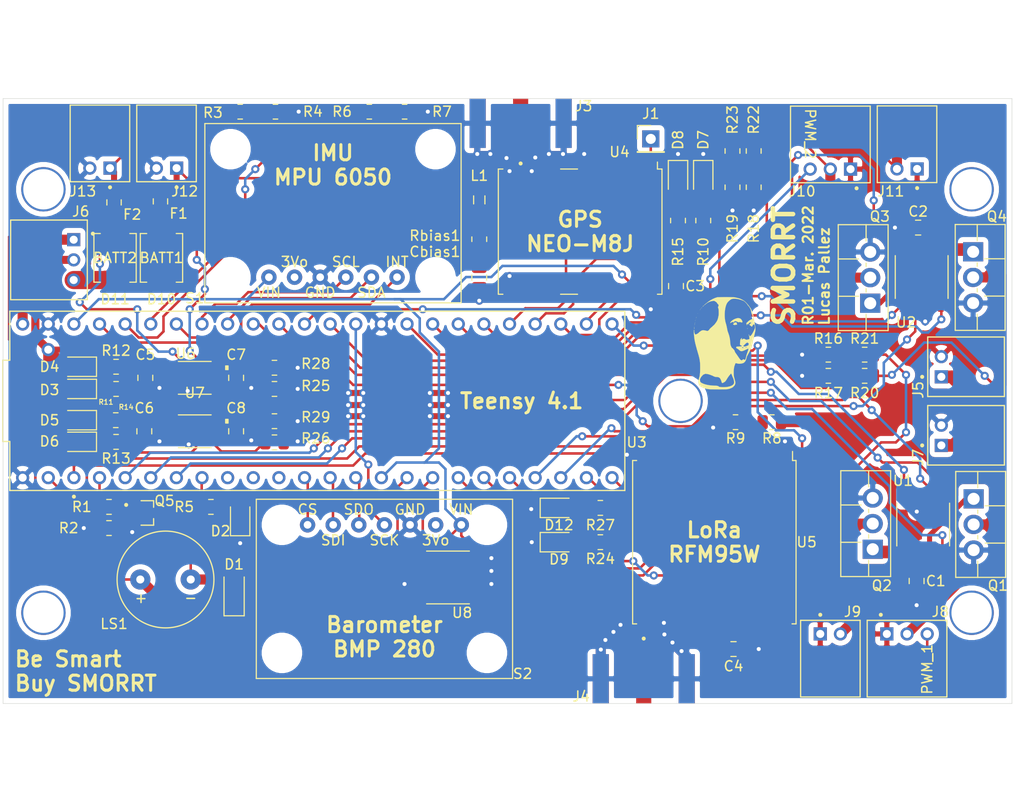
<source format=kicad_pcb>
(kicad_pcb (version 20171130) (host pcbnew "(5.1.10)-1")
  (title_block (title S.M.O.R.T) (rev R01))
  (layers (0 F.Cu signal) (31 B.Cu signal) (34 B.Paste user) (35 F.Paste user) (36 B.SilkS user) (37 F.SilkS user) (38 B.Mask user) (39 F.Mask user) (44 Edge.Cuts user))
  (net 0 "")
  (net 1 "Net-(D1-Pad2)")
  (net 2 "Net-(D2-Pad2)")
  (net 3 "Net-(U3-Pad9)")
  (net 4 GND)
  (net 5 "Net-(J1-Pad1)")
  (net 6 +3V3)
  (net 7 /Ematch_1_OUT)
  (net 8 +12V)
  (net 9 /Ematch_2_OUT)
  (net 10 /Ematch_3_OUT)
  (net 11 /Ematch_4_OUT)
  (net 12 +BATT)
  (net 13 /Ematch_1_DRV)
  (net 14 /Ematch_2_DRV)
  (net 15 /Ematch_3_DRV)
  (net 16 /Ematch_4_DRV)
  (net 17 /Ematch_ARM_1)
  (net 18 /Ematch_2)
  (net 19 /Ematch_1)
  (net 20 /Ematch_ARM_2)
  (net 21 /Ematch_4)
  (net 22 /Ematch_3)
  (net 23 /ST_Y_LED)
  (net 24 /GPS_R_LED)
  (net 25 /GPS_G_LED)
  (net 26 /TE_R_LED)
  (net 27 /TE_G_LED)
  (net 28 /TE_INT)
  (net 29 /TE_NSS)
  (net 30 /TE_SCK)
  (net 31 /TE_MOSI)
  (net 32 /TE_MISO)
  (net 33 /Ematch_ARM_3)
  (net 34 /Ematch_ARM_4)
  (net 35 /VBAT_12V)
  (net 36 /V_USB)
  (net 37 "Net-(D6-Pad1)")
  (net 38 "Net-(R12-Pad2)")
  (net 39 /IMU_SCL)
  (net 40 /IMU_SDA)
  (net 41 /BARO_SCK)
  (net 42 /BARO_SDO)
  (net 43 /BARO_SDI)
  (net 44 /BARO_CS)
  (net 45 "Net-(U6-Pad7)")
  (net 46 /IMU_INT)
  (net 47 "Net-(S1-Pad2)")
  (net 48 "Net-(S2-Pad2)")
  (net 49 /BATT1)
  (net 50 /BATT2)
  (net 51 "Net-(D8-Pad2)")
  (net 52 /12V_SW)
  (net 53 /V_IN)
  (net 54 "Net-(Q5-Pad1)")
  (net 55 "Net-(R25-Pad2)")
  (net 56 "Net-(R26-Pad2)")
  (net 57 "Net-(U7-Pad7)")
  (net 58 /BUZZER)
  (net 59 /EM1_TEST)
  (net 60 /EM2_TEST)
  (net 61 /EM3_TEST)
  (net 62 /EM4_TEST)
  (net 63 "Net-(Cbias1-Pad1)")
  (net 64 "Net-(Rbias1-Pad2)")
  (net 65 /DEB_TXD)
  (net 66 /DEB_RXD)
  (net 67 /GPS_TXD)
  (net 68 /GPS_RXD)
  (net 69 "Net-(D3-Pad1)")
  (net 70 "Net-(D4-Pad1)")
  (net 71 "Net-(D5-Pad1)")
  (net 72 "Net-(D7-Pad2)")
  (net 73 "Net-(D9-Pad2)")
  (net 74 "Net-(D12-Pad2)")
  (net 75 "Net-(J3-Pad1)")
  (net 76 "Net-(J4-Pad1)")
  (net 77 /VBATT1)
  (net 78 /VBATT2)
  (net 79 "Net-(R11-Pad1)")
  (net 80 "Net-(R13-Pad1)")
  (net 81 "Net-(R14-Pad2)")
  (net 82 "Net-(R28-Pad2)")
  (net 83 "Net-(R29-Pad2)")
  (net 84 "Net-(U4-Pad19)")
  (net 85 "Net-(U4-Pad18)")
  (net 86 "Net-(U4-Pad17)")
  (net 87 "Net-(U4-Pad16)")
  (net 88 "Net-(U4-Pad15)")
  (net 89 "Net-(U4-Pad14)")
  (net 90 "Net-(U4-Pad8)")
  (net 91 "Net-(U4-Pad6)")
  (net 92 "Net-(U4-Pad5)")
  (net 93 "Net-(U4-Pad4)")
  (net 94 "Net-(U4-Pad3)")
  (net 95 "Net-(U4-Pad2)")
  (net 96 "Net-(U5-Pad16)")
  (net 97 "Net-(U5-Pad15)")
  (net 98 "Net-(U5-Pad12)")
  (net 99 "Net-(U5-Pad11)")
  (net 100 "Net-(U5-Pad7)")
  (net 101 "Net-(U5-Pad6)")
  (net 102 "Net-(D10-Pad2)")
  (net 103 "Net-(D11-Pad2)")
  (net 104 /LOG_SCL)
  (net 105 /LOG_SDA)
  (net 106 "Net-(U8-Pad1)")
  (net 107 /PWM_OUT_1)
  (net 108 /PWM_OUT_2)
  (module SMORT:smort (layer F.Cu) (at 121.5 69.2)
    (fp_text reference G*** hide)
    (fp_text value LOGO hide)
  )
  (module "S2B-PH-K-S_LF__SN_:JST_S2B-PH-K-S(LF)(SN)" (layer F.Cu) (at 59.6 51.9 180)
    (fp_text reference J13 (at 1.7 -2.3 180) (layer F.SilkS))
    (fp_text value Batt2)
    (pad 1 thru_hole rect (at -1 0 180) (size 1.308 1.308) (drill 0.8) (layers *.Cu *.Mask) (net 50 /BATT2))
    (pad 2 thru_hole circle (at 1 0 180) (size 1.308 1.308) (drill 0.8) (layers *.Cu *.Mask) (net 4 GND))
  )
  (module "S3B-PH-K-S_LF__SN_:JST_S3B-PH-K-S(LF)(SN)" (layer F.Cu) (at 134 52 180)
    (fp_text reference J10 (at 4.8 -2.2) (layer F.SilkS) (effects (font (size 1.000339 1.000339))))
    (fp_text value JST_Ematch3)
    (pad 3 thru_hole circle (at 4 0 180) (size 1.308 1.308) (drill 0.8) (layers *.Cu *.Mask) (net 108 /PWM_OUT_2))
    (pad 2 thru_hole circle (at 2 0 180) (size 1.308 1.308) (drill 0.8) (layers *.Cu *.Mask) (net 10 /Ematch_3_OUT))
    (pad 1 thru_hole rect (at 0 0 180) (size 1.308 1.308) (drill 0.8) (layers *.Cu *.Mask) (net 52 /12V_SW))
  )
  (module "S3B-PH-K-S_LF__SN_:JST_S3B-PH-K-S(LF)(SN)" (layer F.Cu) (at 137.6 98.1)
    (fp_text reference J8 (at 5.3 -2.2) (layer F.SilkS) (effects (font (size 1.000339 1.000339))))
    (fp_text value JST_Ematch1)
    (pad 3 thru_hole circle (at 4 0) (size 1.308 1.308) (drill 0.8) (layers *.Cu *.Mask) (net 107 /PWM_OUT_1))
    (pad 2 thru_hole circle (at 2 0) (size 1.308 1.308) (drill 0.8) (layers *.Cu *.Mask) (net 7 /Ematch_1_OUT))
    (pad 1 thru_hole rect (at 0 0) (size 1.308 1.308) (drill 0.8) (layers *.Cu *.Mask) (net 52 /12V_SW))
  )
  (module FM24VN10-G:FM24VN10-G (layer F.Cu) (at 94.1 92.5 180)
    (fp_text reference U8 (at -1.4 -3.5) (layer F.SilkS))
    (fp_text value FM24VN10-G hide)
    (pad 8 smd rect (at 2.721348 -1.905 180) (size 1.454899 0.53768) (layers F.Cu F.Paste F.Mask) (net 6 +3V3))
    (pad 7 smd rect (at 2.721348 -0.635 180) (size 1.454899 0.53768) (layers F.Cu F.Paste F.Mask) (net 4 GND))
    (pad 6 smd rect (at 2.721348 0.635 180) (size 1.454899 0.53768) (layers F.Cu F.Paste F.Mask) (net 104 /LOG_SCL))
    (pad 5 smd rect (at 2.721348 1.905 180) (size 1.454899 0.53768) (layers F.Cu F.Paste F.Mask) (net 105 /LOG_SDA))
    (pad 4 smd rect (at -2.721348 1.905 180) (size 1.454899 0.53768) (layers F.Cu F.Paste F.Mask) (net 4 GND))
    (pad 3 smd rect (at -2.721348 0.635 180) (size 1.454899 0.53768) (layers F.Cu F.Paste F.Mask) (net 4 GND))
    (pad 2 smd rect (at -2.721348 -0.635 180) (size 1.454899 0.53768) (layers F.Cu F.Paste F.Mask) (net 4 GND))
    (pad 1 smd rect (at -2.721348 -1.905 180) (size 1.454899 0.53768) (layers F.Cu F.Paste F.Mask) (net 106 "Net-(U8-Pad1)"))
  )
  (module Fuse:Fuse_0805_2012Metric (layer F.Cu) (at 61 55.3 270)
    (fp_text reference F2 (at 1.2 -1.8 180) (layer F.SilkS))
    (fp_text value Fuse)
    (pad 2 smd roundrect (at 0.9375 0 270) (size 0.975 1.4) (layers F.Cu F.Paste F.Mask) (net 103 "Net-(D11-Pad2)"))
    (pad 1 smd roundrect (at -0.9375 0 270) (size 0.975 1.4) (layers F.Cu F.Paste F.Mask) (net 50 /BATT2))
  )
  (module Fuse:Fuse_0805_2012Metric (layer F.Cu) (at 65.6 55.2 270)
    (fp_text reference F1 (at 1.2 -1.8 180) (layer F.SilkS))
    (fp_text value Fuse)
    (pad 2 smd roundrect (at 0.9375 0 270) (size 0.975 1.4) (layers F.Cu F.Paste F.Mask) (net 102 "Net-(D10-Pad2)"))
    (pad 1 smd roundrect (at -0.9375 0 270) (size 0.975 1.4) (layers F.Cu F.Paste F.Mask) (net 49 /BATT1))
  )
  (module Resistor_SMD:R_0805_2012Metric (layer F.Cu) (at 77 46.3)
    (fp_text reference R4 (at 3.7 0) (layer F.SilkS))
    (fp_text value 20k)
    (pad 2 smd roundrect (at 0.9125 0) (size 1.025 1.4) (layers F.Cu F.Paste F.Mask) (roundrect_rratio 0.2439014634146341) (net 4 GND))
    (pad 1 smd roundrect (at -0.9125 0) (size 1.025 1.4) (layers F.Cu F.Paste F.Mask) (roundrect_rratio 0.2439014634146341) (net 77 /VBATT1))
  )
  (module Resistor_SMD:R_0805_2012Metric (layer F.Cu) (at 73.5 46.3)
    (fp_text reference R3 (at -2.7 0.1) (layer F.SilkS))
    (fp_text value 12k)
    (pad 2 smd roundrect (at 0.9125 0) (size 1.025 1.4) (layers F.Cu F.Paste F.Mask) (roundrect_rratio 0.2439014634146341) (net 77 /VBATT1))
    (pad 1 smd roundrect (at -0.9125 0) (size 1.025 1.4) (layers F.Cu F.Paste F.Mask) (roundrect_rratio 0.2439014634146341) (net 50 /BATT2))
  )
  (module Connector_PinHeader_2.54mm:PinHeader_1x01_P2.54mm_Vertical (layer F.Cu) (at 114.2 49)
    (fp_text reference J1 (at 0 -2.5) (layer F.SilkS))
    (fp_text value GPS_SAFEBOOT)
    (pad 1 thru_hole rect (at 0 0) (size 1.7 1.7) (drill 1) (layers *.Cu *.Mask) (net 5 "Net-(J1-Pad1)"))
  )
  (module Resistor_SMD:R_0805_2012Metric (layer F.Cu) (at 97.2 58.95 270)
    (fp_text reference Rbias1 (at -0.35 4.4) (layer F.SilkS))
    (fp_text value 10R)
    (pad 2 smd roundrect (at 0.9125 0 270) (size 1.025 1.4) (layers F.Cu F.Paste F.Mask) (roundrect_rratio 0.2439014634146341) (net 64 "Net-(Rbias1-Pad2)"))
    (pad 1 smd roundrect (at -0.9125 0 270) (size 1.025 1.4) (layers F.Cu F.Paste F.Mask) (roundrect_rratio 0.2439014634146341) (net 63 "Net-(Cbias1-Pad1)"))
  )
  (module Inductor_SMD:L_0805_2012Metric (layer F.Cu) (at 97.2 55.05 90)
    (fp_text reference L1 (at 2.4 0) (layer F.SilkS))
    (fp_text value 27nH)
    (pad 2 smd roundrect (at 1.0625 0 90) (size 0.875 1.2) (layers F.Cu F.Paste F.Mask) (net 75 "Net-(J3-Pad1)"))
    (pad 1 smd roundrect (at -1.0625 0 90) (size 0.875 1.2) (layers F.Cu F.Paste F.Mask) (net 63 "Net-(Cbias1-Pad1)"))
  )
  (module "S2B-PH-K-S_LF__SN_:JST_S2B-PH-K-S(LF)(SN)" (layer F.Cu) (at 139.6 51.979999 180)
    (fp_text reference J11 (at 1.6 -2.220001) (layer F.SilkS))
    (fp_text value JST_Ematch4)
    (pad 1 thru_hole rect (at -1 0 180) (size 1.308 1.308) (drill 0.8) (layers *.Cu *.Mask) (net 52 /12V_SW))
    (pad 2 thru_hole circle (at 1 0 180) (size 1.308 1.308) (drill 0.8) (layers *.Cu *.Mask) (net 11 /Ematch_4_OUT))
  )
  (module "S2B-PH-K-S_LF__SN_:JST_S2B-PH-K-S(LF)(SN)" (layer F.Cu) (at 132 98.1)
    (fp_text reference J9 (at 2.2 -2.2) (layer F.SilkS))
    (fp_text value JST_Ematch2)
    (pad 1 thru_hole rect (at -1 0) (size 1.308 1.308) (drill 0.8) (layers *.Cu *.Mask) (net 52 /12V_SW))
    (pad 2 thru_hole circle (at 1 0) (size 1.308 1.308) (drill 0.8) (layers *.Cu *.Mask) (net 9 /Ematch_2_OUT))
  )
  (module Capacitor_SMD:C_0805_2012Metric (layer F.Cu) (at 97.2 62.75 270)
    (fp_text reference Cbias1 (at -2.55 4.4) (layer F.SilkS))
    (fp_text value 10n)
    (pad 2 smd roundrect (at 0.95 0 270) (size 1 1.45) (layers F.Cu F.Paste F.Mask) (net 4 GND))
    (pad 1 smd roundrect (at -0.95 0 270) (size 1 1.45) (layers F.Cu F.Paste F.Mask) (net 63 "Net-(Cbias1-Pad1)"))
  )
  (module DEV-16771:MODULE_DEV-16771 (layer F.Cu) (at 81.15 74.982)
    (fp_text reference U3 (at 31.65 4.118) (layer F.SilkS))
    (fp_text value "Teensy 4.1 - MCU")
    (pad GND1 thru_hole circle (at -29.21 7.62) (size 1.308 1.308) (drill 0.8) (layers *.Cu *.Mask) (net 4 GND))
    (pad 0 thru_hole circle (at -26.67 7.62) (size 1.308 1.308) (drill 0.8) (layers *.Cu *.Mask) (net 29 /TE_NSS))
    (pad VUSB thru_hole circle (at -26.67 -5.08) (size 1.308 1.308) (drill 0.8) (layers *.Cu *.Mask) (net 36 /V_USB))
    (pad GND2 thru_hole circle (at 6.35 -7.62) (size 1.308 1.308) (drill 0.8) (layers *.Cu *.Mask) (net 4 GND))
    (pad 1 thru_hole circle (at -24.13 7.62) (size 1.308 1.308) (drill 0.8) (layers *.Cu *.Mask) (net 32 /TE_MISO))
    (pad 2 thru_hole circle (at -21.59 7.62) (size 1.308 1.308) (drill 0.8) (layers *.Cu *.Mask) (net 58 /BUZZER))
    (pad 3 thru_hole circle (at -19.05 7.62) (size 1.308 1.308) (drill 0.8) (layers *.Cu *.Mask) (net 18 /Ematch_2))
    (pad 4 thru_hole circle (at -16.51 7.62) (size 1.308 1.308) (drill 0.8) (layers *.Cu *.Mask) (net 17 /Ematch_ARM_1))
    (pad 5 thru_hole circle (at -13.97 7.62) (size 1.308 1.308) (drill 0.8) (layers *.Cu *.Mask) (net 20 /Ematch_ARM_2))
    (pad 6 thru_hole circle (at -11.43 7.62) (size 1.308 1.308) (drill 0.8) (layers *.Cu *.Mask) (net 23 /ST_Y_LED))
    (pad 7 thru_hole circle (at -8.89 7.62) (size 1.308 1.308) (drill 0.8) (layers *.Cu *.Mask) (net 65 /DEB_TXD))
    (pad 8 thru_hole circle (at -6.35 7.62) (size 1.308 1.308) (drill 0.8) (layers *.Cu *.Mask) (net 66 /DEB_RXD))
    (pad 9 thru_hole circle (at -3.81 7.62) (size 1.308 1.308) (drill 0.8) (layers *.Cu *.Mask) (net 3 "Net-(U3-Pad9)"))
    (pad 10 thru_hole circle (at -1.27 7.62) (size 1.308 1.308) (drill 0.8) (layers *.Cu *.Mask) (net 44 /BARO_CS))
    (pad 11 thru_hole circle (at 1.27 7.62) (size 1.308 1.308) (drill 0.8) (layers *.Cu *.Mask) (net 43 /BARO_SDI))
    (pad 12 thru_hole circle (at 3.81 7.62) (size 1.308 1.308) (drill 0.8) (layers *.Cu *.Mask) (net 42 /BARO_SDO))
    (pad 3.3V_1 thru_hole circle (at 6.35 7.62) (size 1.308 1.308) (drill 0.8) (layers *.Cu *.Mask) (net 6 +3V3))
    (pad 13 thru_hole circle (at 3.81 -7.62) (size 1.308 1.308) (drill 0.8) (layers *.Cu *.Mask) (net 41 /BARO_SCK))
    (pad 14 thru_hole circle (at 1.27 -7.62) (size 1.308 1.308) (drill 0.8) (layers *.Cu *.Mask) (net 107 /PWM_OUT_1))
    (pad 15 thru_hole circle (at -1.27 -7.62) (size 1.308 1.308) (drill 0.8) (layers *.Cu *.Mask) (net 108 /PWM_OUT_2))
    (pad 16 thru_hole circle (at -3.81 -7.62) (size 1.308 1.308) (drill 0.8) (layers *.Cu *.Mask) (net 60 /EM2_TEST))
    (pad 17 thru_hole circle (at -6.35 -7.62) (size 1.308 1.308) (drill 0.8) (layers *.Cu *.Mask) (net 59 /EM1_TEST))
    (pad 18 thru_hole circle (at -8.89 -7.62) (size 1.308 1.308) (drill 0.8) (layers *.Cu *.Mask) (net 40 /IMU_SDA))
    (pad 19 thru_hole circle (at -11.43 -7.62) (size 1.308 1.308) (drill 0.8) (layers *.Cu *.Mask) (net 39 /IMU_SCL))
    (pad 20 thru_hole circle (at -13.97 -7.62) (size 1.308 1.308) (drill 0.8) (layers *.Cu *.Mask) (net 46 /IMU_INT))
    (pad 21 thru_hole circle (at -16.51 -7.62) (size 1.308 1.308) (drill 0.8) (layers *.Cu *.Mask) (net 77 /VBATT1))
    (pad 22 thru_hole circle (at -19.05 -7.62) (size 1.308 1.308) (drill 0.8) (layers *.Cu *.Mask) (net 78 /VBATT2))
    (pad 23 thru_hole circle (at -21.59 -7.62) (size 1.308 1.308) (drill 0.8) (layers *.Cu *.Mask) (net 19 /Ematch_1))
    (pad 3.3V_2 thru_hole circle (at -24.13 -7.62) (size 1.308 1.308) (drill 0.8) (layers *.Cu *.Mask) (net 6 +3V3))
    (pad GND3 thru_hole circle (at -26.67 -7.62) (size 1.308 1.308) (drill 0.8) (layers *.Cu *.Mask) (net 4 GND))
    (pad VIN thru_hole circle (at -29.21 -7.62) (size 1.308 1.308) (drill 0.8) (layers *.Cu *.Mask) (net 53 /V_IN))
    (pad 24 thru_hole circle (at 8.89 7.62) (size 1.308 1.308) (drill 0.8) (layers *.Cu *.Mask) (net 104 /LOG_SCL))
    (pad 25 thru_hole circle (at 11.43 7.62) (size 1.308 1.308) (drill 0.8) (layers *.Cu *.Mask) (net 105 /LOG_SDA))
    (pad 26 thru_hole circle (at 13.97 7.62) (size 1.308 1.308) (drill 0.8) (layers *.Cu *.Mask) (net 31 /TE_MOSI))
    (pad 27 thru_hole circle (at 16.51 7.62) (size 1.308 1.308) (drill 0.8) (layers *.Cu *.Mask) (net 30 /TE_SCK))
    (pad 28 thru_hole circle (at 19.05 7.62) (size 1.308 1.308) (drill 0.8) (layers *.Cu *.Mask) (net 28 /TE_INT))
    (pad 29 thru_hole circle (at 21.59 7.62) (size 1.308 1.308) (drill 0.8) (layers *.Cu *.Mask) (net 35 /VBAT_12V))
    (pad 30 thru_hole circle (at 24.13 7.62) (size 1.308 1.308) (drill 0.8) (layers *.Cu *.Mask) (net 22 /Ematch_3))
    (pad 31 thru_hole circle (at 26.67 7.62) (size 1.308 1.308) (drill 0.8) (layers *.Cu *.Mask) (net 27 /TE_G_LED))
    (pad 32 thru_hole circle (at 29.21 7.62) (size 1.308 1.308) (drill 0.8) (layers *.Cu *.Mask) (net 26 /TE_R_LED))
    (pad 33 thru_hole circle (at 29.21 -7.62) (size 1.308 1.308) (drill 0.8) (layers *.Cu *.Mask) (net 21 /Ematch_4))
    (pad 34 thru_hole circle (at 26.67 -7.62) (size 1.308 1.308) (drill 0.8) (layers *.Cu *.Mask) (net 67 /GPS_TXD))
    (pad 35 thru_hole circle (at 24.13 -7.62) (size 1.308 1.308) (drill 0.8) (layers *.Cu *.Mask) (net 68 /GPS_RXD))
    (pad 36 thru_hole circle (at 21.59 -7.62) (size 1.308 1.308) (drill 0.8) (layers *.Cu *.Mask) (net 24 /GPS_R_LED))
    (pad 37 thru_hole circle (at 19.05 -7.62) (size 1.308 1.308) (drill 0.8) (layers *.Cu *.Mask) (net 25 /GPS_G_LED))
    (pad 38 thru_hole circle (at 16.51 -7.62) (size 1.308 1.308) (drill 0.8) (layers *.Cu *.Mask) (net 62 /EM4_TEST))
    (pad 39 thru_hole circle (at 13.97 -7.62) (size 1.308 1.308) (drill 0.8) (layers *.Cu *.Mask) (net 61 /EM3_TEST))
    (pad 40 thru_hole circle (at 11.43 -7.62) (size 1.308 1.308) (drill 0.8) (layers *.Cu *.Mask) (net 34 /Ematch_ARM_4))
    (pad 41 thru_hole circle (at 8.89 -7.62) (size 1.308 1.308) (drill 0.8) (layers *.Cu *.Mask) (net 33 /Ematch_ARM_3))
  )
  (module CONSMA020:LINX_CONSMA020.062-G (layer F.Cu) (at 113.5 105)
    (fp_text reference J4 (at -6.2 -0.7) (layer F.SilkS))
    (fp_text value ANT)
    (pad 2 smd rect (at 4.26 -2.45) (size 1.6 4.9) (layers B.Cu B.Paste B.Mask) (net 4 GND))
    (pad 2 smd rect (at -4.26 -2.45) (size 1.6 4.9) (layers B.Cu B.Paste B.Mask) (net 4 GND))
    (pad 2 smd rect (at 4.26 -2.45) (size 1.6 4.9) (layers F.Cu F.Paste F.Mask) (net 4 GND))
    (pad 1 smd rect (at 0 -2.8) (size 1.5 5.6) (layers F.Cu F.Paste F.Mask) (net 76 "Net-(J4-Pad1)"))
    (pad 2 smd rect (at -4.26 -2.45) (size 1.6 4.9) (layers F.Cu F.Paste F.Mask) (net 4 GND))
  )
  (module CONSMA020:LINX_CONSMA020.062-G (layer F.Cu) (at 101.3 45 180)
    (fp_text reference J3 (at -6.25 -0.75) (layer F.SilkS))
    (fp_text value ANT hide)
    (pad 2 smd rect (at 4.26 -2.45 180) (size 1.6 4.9) (layers B.Cu B.Paste B.Mask) (net 4 GND))
    (pad 2 smd rect (at -4.26 -2.45 180) (size 1.6 4.9) (layers B.Cu B.Paste B.Mask) (net 4 GND))
    (pad 2 smd rect (at 4.26 -2.45 180) (size 1.6 4.9) (layers F.Cu F.Paste F.Mask) (net 4 GND))
    (pad 1 smd rect (at 0 -2.8 180) (size 1.5 5.6) (layers F.Cu F.Paste F.Mask) (net 75 "Net-(J3-Pad1)"))
    (pad 2 smd rect (at -4.26 -2.45 180) (size 1.6 4.9) (layers F.Cu F.Paste F.Mask) (net 4 GND))
  )
  (module LSM115JE3/TR13:LSM115JE3&slash_TR13 (layer F.Cu) (at 61.1 60.8 90)
    (fp_text reference D11 (at -4.1 0 180) (layer F.SilkS))
    (fp_text value BATT2 (at 0 0 180) (layer F.SilkS))
    (pad 2 smd rect (at 2.2098 0 90) (size 1.8796 2.2606) (layers F.Cu F.Paste F.Mask) (net 103 "Net-(D11-Pad2)"))
    (pad 1 smd rect (at -2.2098 0 90) (size 1.8796 2.2606) (layers F.Cu F.Paste F.Mask) (net 12 +BATT))
  )
  (module LSM115JE3/TR13:LSM115JE3&slash_TR13 (layer F.Cu) (at 65.7 60.8 90)
    (fp_text reference D10 (at -4.1 0 180) (layer F.SilkS))
    (fp_text value BATT1 (at 0 0 180) (layer F.SilkS))
    (pad 2 smd rect (at 2.2098 0 90) (size 1.8796 2.2606) (layers F.Cu F.Paste F.Mask) (net 102 "Net-(D10-Pad2)"))
    (pad 1 smd rect (at -2.2098 0 90) (size 1.8796 2.2606) (layers F.Cu F.Paste F.Mask) (net 12 +BATT))
  )
  (module MCP73834-NVI-UN:MCP73834-NVI&slash_UN (layer F.Cu) (at 69 78)
    (fp_text reference U7 (at 0 -3.81) (layer F.SilkS))
    (fp_text value MCP73834 hide)
    (pad 10 smd rect (at 2.0447 -1.000001) (size 1.512799 0.3302) (layers F.Cu F.Paste F.Mask) (net 50 /BATT2))
    (pad 9 smd rect (at 2.0447 -0.499999) (size 1.512799 0.3302) (layers F.Cu F.Paste F.Mask) (net 50 /BATT2))
    (pad 8 smd rect (at 2.0447 0) (size 1.512799 0.3302) (layers F.Cu F.Paste F.Mask) (net 83 "Net-(R29-Pad2)"))
    (pad 7 smd rect (at 2.0447 0.499999) (size 1.512799 0.3302) (layers F.Cu F.Paste F.Mask) (net 57 "Net-(U7-Pad7)"))
    (pad 6 smd rect (at 2.0447 1.000001) (size 1.512799 0.3302) (layers F.Cu F.Paste F.Mask) (net 56 "Net-(R26-Pad2)"))
    (pad 5 smd rect (at -2.0447 1.000001) (size 1.512799 0.3302) (layers F.Cu F.Paste F.Mask) (net 4 GND))
    (pad 4 smd rect (at -2.0447 0.499999) (size 1.512799 0.3302) (layers F.Cu F.Paste F.Mask) (net 81 "Net-(R14-Pad2)"))
    (pad 3 smd rect (at -2.0447 0) (size 1.512799 0.3302) (layers F.Cu F.Paste F.Mask) (net 80 "Net-(R13-Pad1)"))
    (pad 2 smd rect (at -2.0447 -0.499999) (size 1.512799 0.3302) (layers F.Cu F.Paste F.Mask) (net 36 /V_USB))
    (pad 1 smd rect (at -2.0447 -1.000001) (size 1.512799 0.3302) (layers F.Cu F.Paste F.Mask) (net 36 /V_USB))
  )
  (module Resistor_SMD:R_0805_2012Metric (layer F.Cu) (at 122.3 53.8 90)
    (fp_text reference R19 (at -4.1 0 270) (layer F.SilkS))
    (fp_text value 33k)
    (pad 2 smd roundrect (at 0.9125 0 90) (size 1.025 1.4) (layers F.Cu F.Paste F.Mask) (roundrect_rratio 0.2439014634146341) (net 62 /EM4_TEST))
    (pad 1 smd roundrect (at -0.9125 0 90) (size 1.025 1.4) (layers F.Cu F.Paste F.Mask) (roundrect_rratio 0.2439014634146341) (net 4 GND))
  )
  (module Resistor_SMD:R_0805_2012Metric (layer F.Cu) (at 122.3 50.2 270)
    (fp_text reference R23 (at -3.1 0 270) (layer F.SilkS))
    (fp_text value 100k)
    (pad 2 smd roundrect (at 0.9125 0 270) (size 1.025 1.4) (layers F.Cu F.Paste F.Mask) (roundrect_rratio 0.2439014634146341) (net 62 /EM4_TEST))
    (pad 1 smd roundrect (at -0.9125 0 270) (size 1.025 1.4) (layers F.Cu F.Paste F.Mask) (roundrect_rratio 0.2439014634146341) (net 11 /Ematch_4_OUT))
  )
  (module Resistor_SMD:R_0805_2012Metric (layer F.Cu) (at 124.4 53.8 90)
    (fp_text reference R18 (at -4.1 0 270) (layer F.SilkS))
    (fp_text value 33k)
    (pad 2 smd roundrect (at 0.9125 0 90) (size 1.025 1.4) (layers F.Cu F.Paste F.Mask) (roundrect_rratio 0.2439014634146341) (net 61 /EM3_TEST))
    (pad 1 smd roundrect (at -0.9125 0 90) (size 1.025 1.4) (layers F.Cu F.Paste F.Mask) (roundrect_rratio 0.2439014634146341) (net 4 GND))
  )
  (module Resistor_SMD:R_0805_2012Metric (layer F.Cu) (at 124.4 50.2 270)
    (fp_text reference R22 (at -3.1 0 270) (layer F.SilkS))
    (fp_text value 100k)
    (pad 2 smd roundrect (at 0.9125 0 270) (size 1.025 1.4) (layers F.Cu F.Paste F.Mask) (roundrect_rratio 0.2439014634146341) (net 61 /EM3_TEST))
    (pad 1 smd roundrect (at -0.9125 0 270) (size 1.025 1.4) (layers F.Cu F.Paste F.Mask) (roundrect_rratio 0.2439014634146341) (net 10 /Ematch_3_OUT))
  )
  (module Resistor_SMD:R_0805_2012Metric (layer F.Cu) (at 131.8 70.4)
    (fp_text reference R17 (at 0 3.8) (layer F.SilkS))
    (fp_text value 33k)
    (pad 2 smd roundrect (at 0.9125 0) (size 1.025 1.4) (layers F.Cu F.Paste F.Mask) (roundrect_rratio 0.2439014634146341) (net 60 /EM2_TEST))
    (pad 1 smd roundrect (at -0.9125 0) (size 1.025 1.4) (layers F.Cu F.Paste F.Mask) (roundrect_rratio 0.2439014634146341) (net 4 GND))
  )
  (module Resistor_SMD:R_0805_2012Metric (layer F.Cu) (at 135.4 70.4 180)
    (fp_text reference R21 (at 0 1.6) (layer F.SilkS))
    (fp_text value 100k)
    (pad 2 smd roundrect (at 0.9125 0 180) (size 1.025 1.4) (layers F.Cu F.Paste F.Mask) (roundrect_rratio 0.2439014634146341) (net 60 /EM2_TEST))
    (pad 1 smd roundrect (at -0.9125 0 180) (size 1.025 1.4) (layers F.Cu F.Paste F.Mask) (roundrect_rratio 0.2439014634146341) (net 9 /Ematch_2_OUT))
  )
  (module Resistor_SMD:R_0805_2012Metric (layer F.Cu) (at 131.8 72.5)
    (fp_text reference R16 (at 0 -3.7) (layer F.SilkS))
    (fp_text value 33k)
    (pad 2 smd roundrect (at 0.9125 0) (size 1.025 1.4) (layers F.Cu F.Paste F.Mask) (roundrect_rratio 0.2439014634146341) (net 59 /EM1_TEST))
    (pad 1 smd roundrect (at -0.9125 0) (size 1.025 1.4) (layers F.Cu F.Paste F.Mask) (roundrect_rratio 0.2439014634146341) (net 4 GND))
  )
  (module Resistor_SMD:R_0805_2012Metric (layer F.Cu) (at 135.4 72.5 180)
    (fp_text reference R20 (at 0 -1.7) (layer F.SilkS))
    (fp_text value 100k)
    (pad 2 smd roundrect (at 0.9125 0 180) (size 1.025 1.4) (layers F.Cu F.Paste F.Mask) (roundrect_rratio 0.2439014634146341) (net 59 /EM1_TEST))
    (pad 1 smd roundrect (at -0.9125 0 180) (size 1.025 1.4) (layers F.Cu F.Paste F.Mask) (roundrect_rratio 0.2439014634146341) (net 7 /Ematch_1_OUT))
  )
  (module Resistor_SMD:R_0805_2012Metric (layer F.Cu) (at 60.5 87.6 180)
    (fp_text reference R2 (at 4 0) (layer F.SilkS))
    (fp_text value 10k)
    (pad 2 smd roundrect (at 0.9125 0 180) (size 1.025 1.4) (layers F.Cu F.Paste F.Mask) (roundrect_rratio 0.2439014634146341) (net 4 GND))
    (pad 1 smd roundrect (at -0.9125 0 180) (size 1.025 1.4) (layers F.Cu F.Paste F.Mask) (roundrect_rratio 0.2439014634146341) (net 54 "Net-(Q5-Pad1)"))
  )
  (module Resistor_SMD:R_0805_2012Metric (layer F.Cu) (at 60.5 85.5 180)
    (fp_text reference R1 (at 2.7 0) (layer F.SilkS))
    (fp_text value 470R)
    (pad 2 smd roundrect (at 0.9125 0 180) (size 1.025 1.4) (layers F.Cu F.Paste F.Mask) (roundrect_rratio 0.2439014634146341) (net 58 /BUZZER))
    (pad 1 smd roundrect (at -0.9125 0 180) (size 1.025 1.4) (layers F.Cu F.Paste F.Mask) (roundrect_rratio 0.2439014634146341) (net 54 "Net-(Q5-Pad1)"))
  )
  (module Resistor_SMD:R_0805_2012Metric (layer F.Cu) (at 76.9 77 180)
    (fp_text reference R29 (at -4.1 0.4) (layer F.SilkS))
    (fp_text value 10k)
    (pad 2 smd roundrect (at 0.9125 0 180) (size 1.025 1.4) (layers F.Cu F.Paste F.Mask) (roundrect_rratio 0.2439014634146341) (net 83 "Net-(R29-Pad2)"))
    (pad 1 smd roundrect (at -0.9125 0 180) (size 1.025 1.4) (layers F.Cu F.Paste F.Mask) (roundrect_rratio 0.2439014634146341) (net 4 GND))
  )
  (module Resistor_SMD:R_0805_2012Metric (layer F.Cu) (at 76.9 79.1 180)
    (fp_text reference R26 (at -4.1 0.4) (layer F.SilkS))
    (fp_text value 1k)
    (pad 2 smd roundrect (at 0.9125 0 180) (size 1.025 1.4) (layers F.Cu F.Paste F.Mask) (roundrect_rratio 0.2439014634146341) (net 56 "Net-(R26-Pad2)"))
    (pad 1 smd roundrect (at -0.9125 0 180) (size 1.025 1.4) (layers F.Cu F.Paste F.Mask) (roundrect_rratio 0.2439014634146341) (net 4 GND))
  )
  (module Resistor_SMD:R_0805_2012Metric (layer F.Cu) (at 61.2 79.05)
    (fp_text reference R14 (at 1 -3.45) (layer F.SilkS) (effects (font (size 0.5 0.5) (thickness 0.1))))
    (fp_text value 130R)
    (pad 2 smd roundrect (at 0.9125 0) (size 1.025 1.4) (layers F.Cu F.Paste F.Mask) (roundrect_rratio 0.2439014634146341) (net 81 "Net-(R14-Pad2)"))
    (pad 1 smd roundrect (at -0.9125 0) (size 1.025 1.4) (layers F.Cu F.Paste F.Mask) (roundrect_rratio 0.2439014634146341) (net 37 "Net-(D6-Pad1)"))
  )
  (module Resistor_SMD:R_0805_2012Metric (layer F.Cu) (at 61.17 76.9 180)
    (fp_text reference R13 (at -0.03 -3.8) (layer F.SilkS))
    (fp_text value 130R)
    (pad 2 smd roundrect (at 0.9125 0 180) (size 1.025 1.4) (layers F.Cu F.Paste F.Mask) (roundrect_rratio 0.2439014634146341) (net 71 "Net-(D5-Pad1)"))
    (pad 1 smd roundrect (at -0.9125 0 180) (size 1.025 1.4) (layers F.Cu F.Paste F.Mask) (roundrect_rratio 0.2439014634146341) (net 80 "Net-(R13-Pad1)"))
  )
  (module 2V7002WT1G:SOT65P220X100-3N (layer F.Cu) (at 64.3 86.1)
    (fp_text reference Q5 (at 1.7 -1.2) (layer F.SilkS))
    (fp_text value 2V7002WT1G)
    (pad 3 smd roundrect (at 0.98 0) (size 1.15 0.5) (layers F.Cu F.Paste F.Mask) (roundrect_rratio 0.06) (net 1 "Net-(D1-Pad2)"))
    (pad 2 smd roundrect (at -0.98 0.65) (size 1.15 0.5) (layers F.Cu F.Paste F.Mask) (roundrect_rratio 0.06) (net 4 GND))
    (pad 1 smd roundrect (at -0.98 -0.65) (size 1.15 0.5) (layers F.Cu F.Paste F.Mask) (roundrect_rratio 0.06) (net 54 "Net-(Q5-Pad1)"))
  )
  (module CMI-9605IC-0380T:CUI_CMI-9605IC-0380T (layer F.Cu) (at 66.1 92.7 90)
    (fp_text reference LS1 (at -4.4 -5.1 180) (layer F.SilkS))
    (fp_text value Buzzer)
    (fp_text user - (at -1.8 2.5 180) (layer F.SilkS))
    (fp_text user + (at -1.9 -2.5 90) (layer F.SilkS))
    (pad N thru_hole circle (at 0 2.5 90) (size 2 2) (drill 0.8) (layers *.Cu *.Mask) (net 1 "Net-(D1-Pad2)"))
    (pad P thru_hole circle (at 0 -2.5 90) (size 2 2) (drill 0.8) (layers *.Cu *.Mask) (net 12 +BATT))
  )
  (module "S2B-PH-K-S_LF__SN_:JST_S2B-PH-K-S(LF)(SN)" (layer F.Cu) (at 143 71.6 90)
    (fp_text reference J5 (at -2.3 -2.3 90) (layer F.SilkS))
    (fp_text value Arm_SW)
    (pad 1 thru_hole rect (at -1 0 90) (size 1.308 1.308) (drill 0.8) (layers *.Cu *.Mask) (net 8 +12V))
    (pad 2 thru_hole circle (at 1 0 90) (size 1.308 1.308) (drill 0.8) (layers *.Cu *.Mask) (net 52 /12V_SW))
  )
  (module "S3B-PH-K-S_LF__SN_:JST_S3B-PH-K-S(LF)(SN)" (layer F.Cu) (at 57 59 270)
    (fp_text reference J6 (at -2.8 -0.7 180) (layer F.SilkS) (effects (font (size 1.000339 1.000339))))
    (fp_text value Main_SW)
    (pad 3 thru_hole circle (at 4 0 270) (size 1.308 1.308) (drill 0.8) (layers *.Cu *.Mask) (net 12 +BATT))
    (pad 2 thru_hole circle (at 2 0 270) (size 1.308 1.308) (drill 0.8) (layers *.Cu *.Mask) (net 36 /V_USB))
    (pad 1 thru_hole rect (at 0 0 270) (size 1.308 1.308) (drill 0.8) (layers *.Cu *.Mask) (net 53 /V_IN))
  )
  (module "S2B-PH-K-S_LF__SN_:JST_S2B-PH-K-S(LF)(SN)" (layer F.Cu) (at 143 78.4 90)
    (fp_text reference J7 (at -2.2 -2.3 90) (layer F.SilkS))
    (fp_text value 12V_Batt)
    (pad 1 thru_hole rect (at -1 0 90) (size 1.308 1.308) (drill 0.8) (layers *.Cu *.Mask) (net 8 +12V))
    (pad 2 thru_hole circle (at 1 0 90) (size 1.308 1.308) (drill 0.8) (layers *.Cu *.Mask) (net 4 GND))
  )
  (module LED_SMD:LED_0805_2012Metric_Pad1.15x1.40mm_HandSolder (layer F.Cu) (at 57.4 79.045 180)
    (fp_text reference D6 (at 2.8 0.045) (layer F.SilkS))
    (fp_text value STAT2)
    (pad 2 smd roundrect (at 1.025 0 180) (size 1.15 1.4) (layers F.Cu F.Paste F.Mask) (roundrect_rratio 0.2173904347826087) (net 36 /V_USB))
    (pad 1 smd roundrect (at -1.025 0 180) (size 1.15 1.4) (layers F.Cu F.Paste F.Mask) (roundrect_rratio 0.2173904347826087) (net 37 "Net-(D6-Pad1)"))
  )
  (module LED_SMD:LED_0805_2012Metric_Pad1.15x1.40mm_HandSolder (layer F.Cu) (at 57.4 76.9 180)
    (fp_text reference D5 (at 2.8 0) (layer F.SilkS))
    (fp_text value STAT1)
    (pad 2 smd roundrect (at 1.025 0 180) (size 1.15 1.4) (layers F.Cu F.Paste F.Mask) (roundrect_rratio 0.2173904347826087) (net 36 /V_USB))
    (pad 1 smd roundrect (at -1.025 0 180) (size 1.15 1.4) (layers F.Cu F.Paste F.Mask) (roundrect_rratio 0.2173904347826087) (net 71 "Net-(D5-Pad1)"))
  )
  (module Diode_SMD:D_SOD-123F (layer F.Cu) (at 72.9 94.1 90)
    (fp_text reference D1 (at 2.9 0 180) (layer F.SilkS))
    (fp_text value Flyback)
    (pad 2 smd rect (at 1.4 0 90) (size 1.1 1.1) (layers F.Cu F.Paste F.Mask) (net 1 "Net-(D1-Pad2)"))
    (pad 1 smd rect (at -1.4 0 90) (size 1.1 1.1) (layers F.Cu F.Paste F.Mask) (net 12 +BATT))
  )
  (module Capacitor_SMD:C_0805_2012Metric (layer F.Cu) (at 73.1 78 270)
    (fp_text reference C8 (at -2.3 0 180) (layer F.SilkS))
    (fp_text value 1u)
    (pad 2 smd roundrect (at 0.95 0 270) (size 1 1.45) (layers F.Cu F.Paste F.Mask) (net 4 GND))
    (pad 1 smd roundrect (at -0.95 0 270) (size 1 1.45) (layers F.Cu F.Paste F.Mask) (net 50 /BATT2))
  )
  (module Capacitor_SMD:C_0805_2012Metric (layer F.Cu) (at 64 78 270)
    (fp_text reference C6 (at -2.3 0 180) (layer F.SilkS))
    (fp_text value 1u)
    (pad 2 smd roundrect (at 0.95 0 270) (size 1 1.45) (layers F.Cu F.Paste F.Mask) (net 4 GND))
    (pad 1 smd roundrect (at -0.95 0 270) (size 1 1.45) (layers F.Cu F.Paste F.Mask) (net 36 /V_USB))
  )
  (module Capacitor_SMD:C_0805_2012Metric (layer F.Cu) (at 73.1 72.7 270)
    (fp_text reference C7 (at -2.3 0 180) (layer F.SilkS))
    (fp_text value 1u)
    (pad 2 smd roundrect (at 0.95 0 270) (size 1 1.45) (layers F.Cu F.Paste F.Mask) (net 4 GND))
    (pad 1 smd roundrect (at -0.95 0 270) (size 1 1.45) (layers F.Cu F.Paste F.Mask) (net 49 /BATT1))
  )
  (module Capacitor_SMD:C_0805_2012Metric (layer F.Cu) (at 64.1 72.7 270)
    (fp_text reference C5 (at -2.3 0 180) (layer F.SilkS))
    (fp_text value 1u)
    (pad 2 smd roundrect (at 0.95 0 270) (size 1 1.45) (layers F.Cu F.Paste F.Mask) (net 4 GND))
    (pad 1 smd roundrect (at -0.95 0 270) (size 1 1.45) (layers F.Cu F.Paste F.Mask) (net 36 /V_USB))
  )
  (module Capacitor_SMD:C_0805_2012Metric (layer F.Cu) (at 140.7 57.8 180)
    (fp_text reference C2 (at 0 1.6) (layer F.SilkS))
    (fp_text value 100n)
    (pad 2 smd roundrect (at 0.95 0 180) (size 1 1.45) (layers F.Cu F.Paste F.Mask) (net 4 GND))
    (pad 1 smd roundrect (at -0.95 0 180) (size 1 1.45) (layers F.Cu F.Paste F.Mask) (net 52 /12V_SW))
  )
  (module Capacitor_SMD:C_0805_2012Metric (layer F.Cu) (at 140.55 92.85 270)
    (fp_text reference C1 (at 0 -1.9 180) (layer F.SilkS))
    (fp_text value 100n)
    (pad 2 smd roundrect (at 0.95 0 270) (size 1 1.45) (layers F.Cu F.Paste F.Mask) (net 4 GND))
    (pad 1 smd roundrect (at -0.95 0 270) (size 1 1.45) (layers F.Cu F.Paste F.Mask) (net 52 /12V_SW))
  )
  (module "S2B-PH-K-S_LF__SN_:JST_S2B-PH-K-S(LF)(SN)" (layer F.Cu) (at 66.2 51.9 180)
    (fp_text reference J12 (at -1.8 -2.3) (layer F.SilkS))
    (fp_text value Batt1)
    (pad 1 thru_hole rect (at -1 0 180) (size 1.308 1.308) (drill 0.8) (layers *.Cu *.Mask) (net 49 /BATT1))
    (pad 2 thru_hole circle (at 1 0 180) (size 1.308 1.308) (drill 0.8) (layers *.Cu *.Mask) (net 4 GND))
  )
  (module DEV-16771:BMP_280_Breakout (layer F.Cu) (at 87.8 94.9 180)
    (fp_text reference S2 (at -13.7 -7.15) (layer F.SilkS))
    (fp_text value BMP280)
    (fp_text user CS (at 7.62 9.144) (layer F.SilkS))
    (fp_text user SDI (at 5.08 6.096) (layer F.SilkS))
    (fp_text user SDO (at 2.54 9.144) (layer F.SilkS))
    (fp_text user SCK (at 0 6.096) (layer F.SilkS))
    (fp_text user GND (at -2.54 9.144) (layer F.SilkS))
    (fp_text user 3Vo (at -5.08 6.096) (layer F.SilkS))
    (fp_text user VIN (at -7.62 9.144) (layer F.SilkS))
    (pad "" np_thru_hole circle (at -10.16 7.62 180) (size 3 3) (drill 3) (layers *.Cu *.Mask))
    (pad "" np_thru_hole circle (at 10.16 7.62 180) (size 3 3) (drill 3) (layers *.Cu *.Mask))
    (pad "" np_thru_hole circle (at 10.16 -5.08 180) (size 3 3) (drill 3) (layers *.Cu *.Mask))
    (pad "" np_thru_hole circle (at -10.16 -5.08 180) (size 3 3) (drill 3) (layers *.Cu *.Mask))
    (pad 7 thru_hole circle (at 7.62 7.62 180) (size 1.524 1.524) (drill 0.762) (layers *.Cu *.Mask) (net 44 /BARO_CS))
    (pad 6 thru_hole circle (at 5.08 7.62 180) (size 1.524 1.524) (drill 0.762) (layers *.Cu *.Mask) (net 43 /BARO_SDI))
    (pad 5 thru_hole circle (at 2.54 7.62 180) (size 1.524 1.524) (drill 0.762) (layers *.Cu *.Mask) (net 42 /BARO_SDO))
    (pad 4 thru_hole circle (at 0 7.62 180) (size 1.524 1.524) (drill 0.762) (layers *.Cu *.Mask) (net 41 /BARO_SCK))
    (pad 3 thru_hole circle (at -2.54 7.62 180) (size 1.524 1.524) (drill 0.762) (layers *.Cu *.Mask) (net 4 GND))
    (pad 2 thru_hole circle (at -5.08 7.62 180) (size 1.524 1.524) (drill 0.762) (layers *.Cu *.Mask) (net 48 "Net-(S2-Pad2)"))
    (pad 1 thru_hole circle (at -7.62 7.62 180) (size 1.524 1.524) (drill 0.762) (layers *.Cu *.Mask) (net 6 +3V3))
  )
  (module DEV-16771:MPU_6050_Breakout (layer F.Cu) (at 82.7 55.1)
    (fp_text reference S1 (at -13.7 9.7) (layer F.SilkS))
    (fp_text value MPU6050)
    (fp_text user INT (at 6.35 6.096) (layer F.SilkS))
    (fp_text user SDA (at 3.81 9.144) (layer F.SilkS))
    (fp_text user SCL (at 1.27 6.096) (layer F.SilkS))
    (fp_text user GND (at -1.27 9.144) (layer F.SilkS))
    (fp_text user 3Vo (at -3.81 6.096) (layer F.SilkS))
    (fp_text user VIN (at -6.35 9.144) (layer F.SilkS))
    (pad "" np_thru_hole circle (at -10.16 7.62) (size 3 3) (drill 3) (layers *.Cu *.Mask))
    (pad "" np_thru_hole circle (at 10.16 7.62) (size 3 3) (drill 3) (layers *.Cu *.Mask))
    (pad "" np_thru_hole circle (at 10.16 -5.08) (size 3 3) (drill 3) (layers *.Cu *.Mask))
    (pad "" np_thru_hole circle (at -10.16 -5.08) (size 3 3) (drill 3) (layers *.Cu *.Mask))
    (pad 6 thru_hole circle (at 6.35 7.62) (size 1.524 1.524) (drill 0.762) (layers *.Cu *.Mask) (net 46 /IMU_INT))
    (pad 5 thru_hole circle (at 3.81 7.62) (size 1.524 1.524) (drill 0.762) (layers *.Cu *.Mask) (net 40 /IMU_SDA))
    (pad 4 thru_hole circle (at 1.27 7.62) (size 1.524 1.524) (drill 0.762) (layers *.Cu *.Mask) (net 39 /IMU_SCL))
    (pad 3 thru_hole circle (at -1.27 7.62) (size 1.524 1.524) (drill 0.762) (layers *.Cu *.Mask) (net 4 GND))
    (pad 2 thru_hole circle (at -3.81 7.62) (size 1.524 1.524) (drill 0.762) (layers *.Cu *.Mask) (net 47 "Net-(S1-Pad2)"))
    (pad 1 thru_hole circle (at -6.35 7.62) (size 1.524 1.524) (drill 0.762) (layers *.Cu *.Mask) (net 6 +3V3))
  )
  (module MCP73834-NVI-UN:MCP73834-NVI&slash_UN (layer F.Cu) (at 69 72.7)
    (fp_text reference U6 (at -0.9 -2.4) (layer F.SilkS))
    (fp_text value MCP73834 hide)
    (pad 10 smd rect (at 2.0447 -1.000001) (size 1.512799 0.3302) (layers F.Cu F.Paste F.Mask) (net 49 /BATT1))
    (pad 9 smd rect (at 2.0447 -0.499999) (size 1.512799 0.3302) (layers F.Cu F.Paste F.Mask) (net 49 /BATT1))
    (pad 8 smd rect (at 2.0447 0) (size 1.512799 0.3302) (layers F.Cu F.Paste F.Mask) (net 82 "Net-(R28-Pad2)"))
    (pad 7 smd rect (at 2.0447 0.499999) (size 1.512799 0.3302) (layers F.Cu F.Paste F.Mask) (net 45 "Net-(U6-Pad7)"))
    (pad 6 smd rect (at 2.0447 1.000001) (size 1.512799 0.3302) (layers F.Cu F.Paste F.Mask) (net 55 "Net-(R25-Pad2)"))
    (pad 5 smd rect (at -2.0447 1.000001) (size 1.512799 0.3302) (layers F.Cu F.Paste F.Mask) (net 4 GND))
    (pad 4 smd rect (at -2.0447 0.499999) (size 1.512799 0.3302) (layers F.Cu F.Paste F.Mask) (net 38 "Net-(R12-Pad2)"))
    (pad 3 smd rect (at -2.0447 0) (size 1.512799 0.3302) (layers F.Cu F.Paste F.Mask) (net 79 "Net-(R11-Pad1)"))
    (pad 2 smd rect (at -2.0447 -0.499999) (size 1.512799 0.3302) (layers F.Cu F.Paste F.Mask) (net 36 /V_USB))
    (pad 1 smd rect (at -2.0447 -1.000001) (size 1.512799 0.3302) (layers F.Cu F.Paste F.Mask) (net 36 /V_USB))
  )
  (module Resistor_SMD:R_0805_2012Metric (layer F.Cu) (at 76.9 71.7 180)
    (fp_text reference R28 (at -4.1 0.4) (layer F.SilkS))
    (fp_text value 10k)
    (pad 2 smd roundrect (at 0.9125 0 180) (size 1.025 1.4) (layers F.Cu F.Paste F.Mask) (roundrect_rratio 0.2439014634146341) (net 82 "Net-(R28-Pad2)"))
    (pad 1 smd roundrect (at -0.9125 0 180) (size 1.025 1.4) (layers F.Cu F.Paste F.Mask) (roundrect_rratio 0.2439014634146341) (net 4 GND))
  )
  (module Resistor_SMD:R_0805_2012Metric (layer F.Cu) (at 76.9 73.8 180)
    (fp_text reference R25 (at -4.1 0.3) (layer F.SilkS))
    (fp_text value 1k)
    (pad 2 smd roundrect (at 0.9125 0 180) (size 1.025 1.4) (layers F.Cu F.Paste F.Mask) (roundrect_rratio 0.2439014634146341) (net 55 "Net-(R25-Pad2)"))
    (pad 1 smd roundrect (at -0.9125 0 180) (size 1.025 1.4) (layers F.Cu F.Paste F.Mask) (roundrect_rratio 0.2439014634146341) (net 4 GND))
  )
  (module Resistor_SMD:R_0805_2012Metric (layer F.Cu) (at 61.2 73.8)
    (fp_text reference R12 (at 0 -3.8) (layer F.SilkS))
    (fp_text value 130R)
    (pad 2 smd roundrect (at 0.9125 0) (size 1.025 1.4) (layers F.Cu F.Paste F.Mask) (roundrect_rratio 0.2439014634146341) (net 38 "Net-(R12-Pad2)"))
    (pad 1 smd roundrect (at -0.9125 0) (size 1.025 1.4) (layers F.Cu F.Paste F.Mask) (roundrect_rratio 0.2439014634146341) (net 70 "Net-(D4-Pad1)"))
  )
  (module Resistor_SMD:R_0805_2012Metric (layer F.Cu) (at 61.2 71.6 180)
    (fp_text reference R11 (at 1 -3.5) (layer F.SilkS) (effects (font (size 0.5 0.5) (thickness 0.1))))
    (fp_text value 130R)
    (pad 2 smd roundrect (at 0.9125 0 180) (size 1.025 1.4) (layers F.Cu F.Paste F.Mask) (roundrect_rratio 0.2439014634146341) (net 69 "Net-(D3-Pad1)"))
    (pad 1 smd roundrect (at -0.9125 0 180) (size 1.025 1.4) (layers F.Cu F.Paste F.Mask) (roundrect_rratio 0.2439014634146341) (net 79 "Net-(R11-Pad1)"))
  )
  (module LED_SMD:LED_0805_2012Metric_Pad1.15x1.40mm_HandSolder (layer F.Cu) (at 57.4 73.8 180)
    (fp_text reference D4 (at 2.8 2.2) (layer F.SilkS))
    (fp_text value STAT2)
    (pad 2 smd roundrect (at 1.025 0 180) (size 1.15 1.4) (layers F.Cu F.Paste F.Mask) (roundrect_rratio 0.2173904347826087) (net 36 /V_USB))
    (pad 1 smd roundrect (at -1.025 0 180) (size 1.15 1.4) (layers F.Cu F.Paste F.Mask) (roundrect_rratio 0.2173904347826087) (net 70 "Net-(D4-Pad1)"))
  )
  (module LED_SMD:LED_0805_2012Metric_Pad1.15x1.40mm_HandSolder (layer F.Cu) (at 57.4 71.6 180)
    (fp_text reference D3 (at 2.8 -2.3) (layer F.SilkS))
    (fp_text value STAT1)
    (pad 2 smd roundrect (at 1.025 0 180) (size 1.15 1.4) (layers F.Cu F.Paste F.Mask) (roundrect_rratio 0.2173904347826087) (net 36 /V_USB))
    (pad 1 smd roundrect (at -1.025 0 180) (size 1.15 1.4) (layers F.Cu F.Paste F.Mask) (roundrect_rratio 0.2173904347826087) (net 69 "Net-(D3-Pad1)"))
  )
  (module Capacitor_SMD:C_0805_2012Metric (layer F.Cu) (at 122.4 99.6)
    (fp_text reference C4 (at 0 1.7) (layer F.SilkS))
    (fp_text value 100n)
    (pad 2 smd roundrect (at 0.95 0) (size 1 1.45) (layers F.Cu F.Paste F.Mask) (net 4 GND))
    (pad 1 smd roundrect (at -0.95 0) (size 1 1.45) (layers F.Cu F.Paste F.Mask) (net 6 +3V3))
  )
  (module Resistor_SMD:R_0805_2012Metric (layer F.Cu) (at 122.6 77.1 180)
    (fp_text reference R9 (at 0 -1.6) (layer F.SilkS))
    (fp_text value 20k)
    (pad 2 smd roundrect (at 0.9125 0 180) (size 1.025 1.4) (layers F.Cu F.Paste F.Mask) (roundrect_rratio 0.2439014634146341) (net 4 GND))
    (pad 1 smd roundrect (at -0.9125 0 180) (size 1.025 1.4) (layers F.Cu F.Paste F.Mask) (roundrect_rratio 0.2439014634146341) (net 35 /VBAT_12V))
  )
  (module Resistor_SMD:R_0805_2012Metric (layer F.Cu) (at 126.2 77.1 180)
    (fp_text reference R8 (at 0 -1.6) (layer F.SilkS))
    (fp_text value 68k)
    (pad 2 smd roundrect (at 0.9125 0 180) (size 1.025 1.4) (layers F.Cu F.Paste F.Mask) (roundrect_rratio 0.2439014634146341) (net 35 /VBAT_12V))
    (pad 1 smd roundrect (at -0.9125 0 180) (size 1.025 1.4) (layers F.Cu F.Paste F.Mask) (roundrect_rratio 0.2439014634146341) (net 52 /12V_SW))
  )
  (module Resistor_SMD:R_0805_2012Metric (layer F.Cu) (at 89.8 46.3)
    (fp_text reference R7 (at 3.7 0) (layer F.SilkS))
    (fp_text value 20k)
    (pad 2 smd roundrect (at 0.9125 0) (size 1.025 1.4) (layers F.Cu F.Paste F.Mask) (roundrect_rratio 0.2439014634146341) (net 4 GND))
    (pad 1 smd roundrect (at -0.9125 0) (size 1.025 1.4) (layers F.Cu F.Paste F.Mask) (roundrect_rratio 0.2439014634146341) (net 78 /VBATT2))
  )
  (module Resistor_SMD:R_0805_2012Metric (layer F.Cu) (at 86.3 46.3)
    (fp_text reference R6 (at -2.7 0) (layer F.SilkS))
    (fp_text value 12k)
    (pad 2 smd roundrect (at 0.9125 0) (size 1.025 1.4) (layers F.Cu F.Paste F.Mask) (roundrect_rratio 0.2439014634146341) (net 78 /VBATT2))
    (pad 1 smd roundrect (at -0.9125 0) (size 1.025 1.4) (layers F.Cu F.Paste F.Mask) (roundrect_rratio 0.2439014634146341) (net 49 /BATT1))
  )
  (module Capacitor_SMD:C_0805_2012Metric (layer F.Cu) (at 116.7 63.6 270)
    (fp_text reference C3 (at 0 -1.9 180) (layer F.SilkS))
    (fp_text value 100n)
    (pad 2 smd roundrect (at 0.95 0 270) (size 1 1.45) (layers F.Cu F.Paste F.Mask) (net 4 GND))
    (pad 1 smd roundrect (at -0.95 0 270) (size 1 1.45) (layers F.Cu F.Paste F.Mask) (net 6 +3V3))
  )
  (module Resistor_SMD:R_0805_2012Metric (layer F.Cu) (at 70.6 85.5)
    (fp_text reference R5 (at -2.65 0) (layer F.SilkS))
    (fp_text value 130R)
    (pad 2 smd roundrect (at 0.9125 0) (size 1.025 1.4) (layers F.Cu F.Paste F.Mask) (roundrect_rratio 0.2439014634146341) (net 2 "Net-(D2-Pad2)"))
    (pad 1 smd roundrect (at -0.9125 0) (size 1.025 1.4) (layers F.Cu F.Paste F.Mask) (roundrect_rratio 0.2439014634146341) (net 23 /ST_Y_LED))
  )
  (module LED_SMD:LED_0805_2012Metric_Pad1.15x1.40mm_HandSolder (layer F.Cu) (at 73.5 86.5 90)
    (fp_text reference D2 (at -1.4 -1.95 180) (layer F.SilkS))
    (fp_text value ST_Y_LED)
    (pad 2 smd roundrect (at 1.025 0 90) (size 1.15 1.4) (layers F.Cu F.Paste F.Mask) (roundrect_rratio 0.2173904347826087) (net 2 "Net-(D2-Pad2)"))
    (pad 1 smd roundrect (at -1.025 0 90) (size 1.15 1.4) (layers F.Cu F.Paste F.Mask) (roundrect_rratio 0.2173904347826087) (net 4 GND))
  )
  (module footprints:MIC4224YM-TR (layer F.Cu) (at 141.05 62.7 90)
    (fp_text reference U2 (at -4.5 -1.55 180) (layer F.SilkS))
    (fp_text value MIC4224YM-TR hide)
    (pad 8 smd rect (at 2.721348 -1.905 90) (size 1.454899 0.5326) (layers F.Cu F.Paste F.Mask) (net 34 /Ematch_ARM_4))
    (pad 7 smd rect (at 2.721348 -0.635 90) (size 1.454899 0.5326) (layers F.Cu F.Paste F.Mask) (net 15 /Ematch_3_DRV))
    (pad 6 smd rect (at 2.721348 0.635 90) (size 1.454899 0.5326) (layers F.Cu F.Paste F.Mask) (net 52 /12V_SW))
    (pad 5 smd rect (at 2.721348 1.905 90) (size 1.454899 0.5326) (layers F.Cu F.Paste F.Mask) (net 16 /Ematch_4_DRV))
    (pad 4 smd rect (at -2.721348 1.905 90) (size 1.454899 0.5326) (layers F.Cu F.Paste F.Mask) (net 21 /Ematch_4))
    (pad 3 smd rect (at -2.721348 0.635 90) (size 1.454899 0.5326) (layers F.Cu F.Paste F.Mask) (net 4 GND))
    (pad 2 smd rect (at -2.721348 -0.635 90) (size 1.454899 0.5326) (layers F.Cu F.Paste F.Mask) (net 22 /Ematch_3))
    (pad 1 smd rect (at -2.721348 -1.905 90) (size 1.454899 0.5326) (layers F.Cu F.Paste F.Mask) (net 33 /Ematch_ARM_3))
  )
  (module footprints:MIC4224YM-TR (layer F.Cu) (at 141.2 87.25 270)
    (fp_text reference U1 (at -4.35 2) (layer F.SilkS))
    (fp_text value MIC4224YM-TR hide)
    (pad 8 smd rect (at 2.721348 -1.905 270) (size 1.454899 0.5326) (layers F.Cu F.Paste F.Mask) (net 20 /Ematch_ARM_2))
    (pad 7 smd rect (at 2.721348 -0.635 270) (size 1.454899 0.5326) (layers F.Cu F.Paste F.Mask) (net 13 /Ematch_1_DRV))
    (pad 6 smd rect (at 2.721348 0.635 270) (size 1.454899 0.5326) (layers F.Cu F.Paste F.Mask) (net 52 /12V_SW))
    (pad 5 smd rect (at 2.721348 1.905 270) (size 1.454899 0.5326) (layers F.Cu F.Paste F.Mask) (net 14 /Ematch_2_DRV))
    (pad 4 smd rect (at -2.721348 1.905 270) (size 1.454899 0.5326) (layers F.Cu F.Paste F.Mask) (net 18 /Ematch_2))
    (pad 3 smd rect (at -2.721348 0.635 270) (size 1.454899 0.5326) (layers F.Cu F.Paste F.Mask) (net 4 GND))
    (pad 2 smd rect (at -2.721348 -0.635 270) (size 1.454899 0.5326) (layers F.Cu F.Paste F.Mask) (net 19 /Ematch_1))
    (pad 1 smd rect (at -2.721348 -1.905 270) (size 1.454899 0.5326) (layers F.Cu F.Paste F.Mask) (net 17 /Ematch_ARM_1))
  )
  (module Resistor_SMD:R_0805_2012Metric (layer F.Cu) (at 109.2 85.6 180)
    (fp_text reference R27 (at 0 -1.7) (layer F.SilkS))
    (fp_text value 130R)
    (pad 2 smd roundrect (at 0.9125 0 180) (size 1.025 1.4) (layers F.Cu F.Paste F.Mask) (roundrect_rratio 0.2439014634146341) (net 74 "Net-(D12-Pad2)"))
    (pad 1 smd roundrect (at -0.9125 0 180) (size 1.025 1.4) (layers F.Cu F.Paste F.Mask) (roundrect_rratio 0.2439014634146341) (net 27 /TE_G_LED))
  )
  (module Resistor_SMD:R_0805_2012Metric (layer F.Cu) (at 109.2 89 180)
    (fp_text reference R24 (at 0 -1.65) (layer F.SilkS))
    (fp_text value 110R)
    (pad 2 smd roundrect (at 0.9125 0 180) (size 1.025 1.4) (layers F.Cu F.Paste F.Mask) (roundrect_rratio 0.2439014634146341) (net 73 "Net-(D9-Pad2)"))
    (pad 1 smd roundrect (at -0.9125 0 180) (size 1.025 1.4) (layers F.Cu F.Paste F.Mask) (roundrect_rratio 0.2439014634146341) (net 26 /TE_R_LED))
  )
  (module Resistor_SMD:R_0805_2012Metric (layer F.Cu) (at 116.9 57.1 90)
    (fp_text reference R15 (at -3.1 0 270) (layer F.SilkS))
    (fp_text value 130R)
    (pad 2 smd roundrect (at 0.9125 0 90) (size 1.025 1.4) (layers F.Cu F.Paste F.Mask) (roundrect_rratio 0.2439014634146341) (net 51 "Net-(D8-Pad2)"))
    (pad 1 smd roundrect (at -0.9125 0 90) (size 1.025 1.4) (layers F.Cu F.Paste F.Mask) (roundrect_rratio 0.2439014634146341) (net 25 /GPS_G_LED))
  )
  (module Resistor_SMD:R_0805_2012Metric (layer F.Cu) (at 119.4 57.1 90)
    (fp_text reference R10 (at -3.1 0 270) (layer F.SilkS))
    (fp_text value 110R)
    (pad 2 smd roundrect (at 0.9125 0 90) (size 1.025 1.4) (layers F.Cu F.Paste F.Mask) (roundrect_rratio 0.2439014634146341) (net 72 "Net-(D7-Pad2)"))
    (pad 1 smd roundrect (at -0.9125 0 90) (size 1.025 1.4) (layers F.Cu F.Paste F.Mask) (roundrect_rratio 0.2439014634146341) (net 24 /GPS_R_LED))
  )
  (module Package_TO_SOT_THT:TO-220F-3_Vertical (layer F.Cu) (at 146.15 60.2 270)
    (fp_text reference Q4 (at -3.5 -2.35 180) (layer F.SilkS))
    (fp_text value IRL40B215)
    (pad 1 thru_hole rect (at 0 0 270) (size 1.905 2) (drill 1.2) (layers *.Cu *.Mask) (net 16 /Ematch_4_DRV))
    (pad 2 thru_hole oval (at 2.54 0 270) (size 1.905 2) (drill 1.2) (layers *.Cu *.Mask) (net 11 /Ematch_4_OUT))
    (pad 3 thru_hole oval (at 5.08 0 270) (size 1.905 2) (drill 1.2) (layers *.Cu *.Mask) (net 4 GND))
  )
  (module Package_TO_SOT_THT:TO-220F-3_Vertical (layer F.Cu) (at 135.95 65.3 90)
    (fp_text reference Q3 (at 8.6 0.95 180) (layer F.SilkS))
    (fp_text value IRL40B215)
    (pad 3 thru_hole oval (at 5.08 0 90) (size 1.905 2) (drill 1.2) (layers *.Cu *.Mask) (net 4 GND))
    (pad 2 thru_hole oval (at 2.54 0 90) (size 1.905 2) (drill 1.2) (layers *.Cu *.Mask) (net 10 /Ematch_3_OUT))
    (pad 1 thru_hole rect (at 0 0 90) (size 1.905 2) (drill 1.2) (layers *.Cu *.Mask) (net 15 /Ematch_3_DRV))
  )
  (module Package_TO_SOT_THT:TO-220F-3_Vertical (layer F.Cu) (at 136.2 89.7 90)
    (fp_text reference Q2 (at -3.6 0.9 180) (layer F.SilkS))
    (fp_text value IRL40B215)
    (pad 3 thru_hole oval (at 5.08 0 90) (size 1.905 2) (drill 1.2) (layers *.Cu *.Mask) (net 4 GND))
    (pad 2 thru_hole oval (at 2.54 0 90) (size 1.905 2) (drill 1.2) (layers *.Cu *.Mask) (net 9 /Ematch_2_OUT))
    (pad 1 thru_hole rect (at 0 0 90) (size 1.905 2) (drill 1.2) (layers *.Cu *.Mask) (net 14 /Ematch_2_DRV))
  )
  (module Package_TO_SOT_THT:TO-220F-3_Vertical (layer F.Cu) (at 146.2 84.7 270)
    (fp_text reference Q1 (at 8.6 -2.4 180) (layer F.SilkS))
    (fp_text value IRL40B215)
    (pad 3 thru_hole oval (at 5.08 0 270) (size 1.905 2) (drill 1.2) (layers *.Cu *.Mask) (net 4 GND))
    (pad 2 thru_hole oval (at 2.54 0 270) (size 1.905 2) (drill 1.2) (layers *.Cu *.Mask) (net 7 /Ematch_1_OUT))
    (pad 1 thru_hole rect (at 0 0 270) (size 1.905 2) (drill 1.2) (layers *.Cu *.Mask) (net 13 /Ematch_1_DRV))
  )
  (module LED_SMD:LED_0805_2012Metric_Pad1.15x1.40mm_HandSolder (layer F.Cu) (at 105.1 85.6)
    (fp_text reference D12 (at 0 1.7) (layer F.SilkS))
    (fp_text value TE_G_LED)
    (pad 2 smd roundrect (at 1.025 0) (size 1.15 1.4) (layers F.Cu F.Paste F.Mask) (roundrect_rratio 0.2173904347826087) (net 74 "Net-(D12-Pad2)"))
    (pad 1 smd roundrect (at -1.025 0) (size 1.15 1.4) (layers F.Cu F.Paste F.Mask) (roundrect_rratio 0.2173904347826087) (net 4 GND))
  )
  (module LED_SMD:LED_0805_2012Metric_Pad1.15x1.40mm_HandSolder (layer F.Cu) (at 105.1 89)
    (fp_text reference D9 (at 0 1.7) (layer F.SilkS))
    (fp_text value TE_R_LED)
    (pad 2 smd roundrect (at 1.025 0) (size 1.15 1.4) (layers F.Cu F.Paste F.Mask) (roundrect_rratio 0.2173904347826087) (net 73 "Net-(D9-Pad2)"))
    (pad 1 smd roundrect (at -1.025 0) (size 1.15 1.4) (layers F.Cu F.Paste F.Mask) (roundrect_rratio 0.2173904347826087) (net 4 GND))
  )
  (module LED_SMD:LED_0805_2012Metric_Pad1.15x1.40mm_HandSolder (layer F.Cu) (at 119.4 53 270)
    (fp_text reference D7 (at -3.9 0 270) (layer F.SilkS))
    (fp_text value GPS_R_LED)
    (pad 2 smd roundrect (at 1.025 0 270) (size 1.15 1.4) (layers F.Cu F.Paste F.Mask) (roundrect_rratio 0.2173904347826087) (net 72 "Net-(D7-Pad2)"))
    (pad 1 smd roundrect (at -1.025 0 270) (size 1.15 1.4) (layers F.Cu F.Paste F.Mask) (roundrect_rratio 0.2173904347826087) (net 4 GND))
  )
  (module RF_GPS:ublox_NEO (layer F.Cu) (at 107.2 58.2 270)
    (fp_text reference U4 (at -7.9 -3.9 180) (layer F.SilkS))
    (fp_text value "NEO - M8J - GPS")
    (pad 24 smd roundrect (at 6 -7 270) (size 1.8 0.8) (layers F.Cu F.Paste F.Mask) (net 4 GND))
    (pad 23 smd roundrect (at 6 -5.9 270) (size 1.8 0.8) (layers F.Cu F.Paste F.Mask) (net 6 +3V3))
    (pad 22 smd roundrect (at 6 -4.8 270) (size 1.8 0.8) (layers F.Cu F.Paste F.Mask) (net 6 +3V3))
    (pad 21 smd roundrect (at 6 -3.7 270) (size 1.8 0.8) (layers F.Cu F.Paste F.Mask) (net 68 /GPS_RXD))
    (pad 20 smd roundrect (at 6 -2.6 270) (size 1.8 0.8) (layers F.Cu F.Paste F.Mask) (net 67 /GPS_TXD))
    (pad 19 smd roundrect (at 6 -1.5 270) (size 1.8 0.8) (layers F.Cu F.Paste F.Mask) (net 84 "Net-(U4-Pad19)"))
    (pad 18 smd roundrect (at 6 -0.4 270) (size 1.8 0.8) (layers F.Cu F.Paste F.Mask) (net 85 "Net-(U4-Pad18)"))
    (pad 17 smd roundrect (at 6 2.6 270) (size 1.8 0.8) (layers F.Cu F.Paste F.Mask) (net 86 "Net-(U4-Pad17)"))
    (pad 16 smd roundrect (at 6 3.7 270) (size 1.8 0.8) (layers F.Cu F.Paste F.Mask) (net 87 "Net-(U4-Pad16)"))
    (pad 15 smd roundrect (at 6 4.8 270) (size 1.8 0.8) (layers F.Cu F.Paste F.Mask) (net 88 "Net-(U4-Pad15)"))
    (pad 14 smd roundrect (at 6 5.9 270) (size 1.8 0.8) (layers F.Cu F.Paste F.Mask) (net 89 "Net-(U4-Pad14)"))
    (pad 13 smd roundrect (at 6 7 270) (size 1.8 0.8) (layers F.Cu F.Paste F.Mask) (net 4 GND))
    (pad 12 smd roundrect (at -6 7 270) (size 1.8 0.8) (layers F.Cu F.Paste F.Mask) (net 4 GND))
    (pad 11 smd roundrect (at -6 5.9 270) (size 1.8 0.8) (layers F.Cu F.Paste F.Mask) (net 75 "Net-(J3-Pad1)"))
    (pad 10 smd roundrect (at -6 4.8 270) (size 1.8 0.8) (layers F.Cu F.Paste F.Mask) (net 4 GND))
    (pad 9 smd roundrect (at -6 3.7 270) (size 1.8 0.8) (layers F.Cu F.Paste F.Mask) (net 64 "Net-(Rbias1-Pad2)"))
    (pad 8 smd roundrect (at -6 2.6 270) (size 1.8 0.8) (layers F.Cu F.Paste F.Mask) (net 90 "Net-(U4-Pad8)"))
    (pad 7 smd roundrect (at -6 -0.4 270) (size 1.8 0.8) (layers F.Cu F.Paste F.Mask) (net 4 GND))
    (pad 6 smd roundrect (at -6 -1.5 270) (size 1.8 0.8) (layers F.Cu F.Paste F.Mask) (net 91 "Net-(U4-Pad6)"))
    (pad 5 smd roundrect (at -6 -2.6 270) (size 1.8 0.8) (layers F.Cu F.Paste F.Mask) (net 92 "Net-(U4-Pad5)"))
    (pad 4 smd roundrect (at -6 -3.7 270) (size 1.8 0.8) (layers F.Cu F.Paste F.Mask) (net 93 "Net-(U4-Pad4)"))
    (pad 3 smd roundrect (at -6 -4.8 270) (size 1.8 0.8) (layers F.Cu F.Paste F.Mask) (net 94 "Net-(U4-Pad3)"))
    (pad 2 smd roundrect (at -6 -5.9 270) (size 1.8 0.8) (layers F.Cu F.Paste F.Mask) (net 95 "Net-(U4-Pad2)"))
    (pad 1 smd roundrect (at -6 -7 270) (size 1.8 0.8) (layers F.Cu F.Paste F.Mask) (net 5 "Net-(J1-Pad1)"))
  )
  (module RF_Module:HOPERF_RFM9XW_SMD (layer F.Cu) (at 120.5 89 270)
    (fp_text reference U5 (at 0 -9.15 180) (layer F.SilkS))
    (fp_text value RFM95W)
    (pad 16 smd rect (at 8 -7 270) (size 2 1) (layers F.Cu F.Paste F.Mask) (net 96 "Net-(U5-Pad16)"))
    (pad 15 smd rect (at 8 -5 270) (size 2 1) (layers F.Cu F.Paste F.Mask) (net 97 "Net-(U5-Pad15)"))
    (pad 14 smd rect (at 8 -3 270) (size 2 1) (layers F.Cu F.Paste F.Mask) (net 28 /TE_INT))
    (pad 13 smd rect (at 8 -1 270) (size 2 1) (layers F.Cu F.Paste F.Mask) (net 6 +3V3))
    (pad 12 smd rect (at 8 1 270) (size 2 1) (layers F.Cu F.Paste F.Mask) (net 98 "Net-(U5-Pad12)"))
    (pad 11 smd rect (at 8 3 270) (size 2 1) (layers F.Cu F.Paste F.Mask) (net 99 "Net-(U5-Pad11)"))
    (pad 10 smd rect (at 8 5 270) (size 2 1) (layers F.Cu F.Paste F.Mask) (net 4 GND))
    (pad 9 smd rect (at 8 7 270) (size 2 1) (layers F.Cu F.Paste F.Mask) (net 76 "Net-(J4-Pad1)"))
    (pad 8 smd rect (at -8 7 270) (size 2 1) (layers F.Cu F.Paste F.Mask) (net 4 GND))
    (pad 7 smd rect (at -8 5 270) (size 2 1) (layers F.Cu F.Paste F.Mask) (net 100 "Net-(U5-Pad7)"))
    (pad 6 smd rect (at -8 3 270) (size 2 1) (layers F.Cu F.Paste F.Mask) (net 101 "Net-(U5-Pad6)"))
    (pad 5 smd rect (at -8 1 270) (size 2 1) (layers F.Cu F.Paste F.Mask) (net 29 /TE_NSS))
    (pad 4 smd rect (at -8 -1 270) (size 2 1) (layers F.Cu F.Paste F.Mask) (net 30 /TE_SCK))
    (pad 3 smd rect (at -8 -3 270) (size 2 1) (layers F.Cu F.Paste F.Mask) (net 31 /TE_MOSI))
    (pad 2 smd rect (at -8 -5 270) (size 2 1) (layers F.Cu F.Paste F.Mask) (net 32 /TE_MISO))
    (pad 1 smd rect (at -8 -7 270) (size 2 1) (layers F.Cu F.Paste F.Mask) (net 4 GND))
  )
  (module LED_SMD:LED_0805_2012Metric_Pad1.15x1.40mm_HandSolder (layer F.Cu) (at 116.9 53 270)
    (fp_text reference D8 (at -3.9 0 270) (layer F.SilkS))
    (fp_text value GPS_G_LED)
    (pad 2 smd roundrect (at 1.025 0 270) (size 1.15 1.4) (layers F.Cu F.Paste F.Mask) (roundrect_rratio 0.2173904347826087) (net 51 "Net-(D8-Pad2)"))
    (pad 1 smd roundrect (at -1.025 0 270) (size 1.15 1.4) (layers F.Cu F.Paste F.Mask) (roundrect_rratio 0.2173904347826087) (net 4 GND))
  )
  (gr_text "Lucas Pallez" (at 131.4 67.6 90) (layer F.SilkS) (effects (font (size 1 1) (thickness 0.2)) (justify left)))
  (gr_text "R01-Mar. 2022" (at 129.8 67.6 90) (layer F.SilkS) (effects (font (size 1 1) (thickness 0.2)) (justify left)))
  (gr_text "Be Smart\nBuy SMORRT" (at 51 101.8) (layer F.SilkS) (effects (font (size 1.5 1.5) (thickness 0.3)) (justify left)))
  (gr_text SMORRT (at 127.4 61.6 90) (layer F.SilkS) (effects (font (size 2 2) (thickness 0.45))))
  (gr_text "LoRa\nRFM95W" (at 120.5 89) (layer F.SilkS) (effects (font (size 1.5 1.5) (thickness 0.3))))
  (gr_text "GPS\nNEO-M8J" (at 107.2 58.2) (layer F.SilkS) (effects (font (size 1.5 1.5) (thickness 0.3))))
  (gr_text "IMU\nMPU 6050" (at 82.7 51.6) (layer F.SilkS) (effects (font (size 1.5 1.5) (thickness 0.3))))
  (gr_text "Barometer\nBMP 280" (at 87.8 98.4) (layer F.SilkS) (effects (font (size 1.5 1.5) (thickness 0.3))))
  (gr_text "Teensy 4.1" (at 101.4 75) (layer F.SilkS) (effects (font (size 1.5 1.5) (thickness 0.3))))
  (gr_text PWM_2 (at 130 48.5 -90) (layer F.SilkS) (effects (font (size 1 1))))
  (gr_text PWM_1 (at 141.6 101.6 90) (layer F.SilkS) (effects (font (size 1 1))))
  (gr_line (start 150 105) (end 50 105) (layer Edge.Cuts) (width 0.05))
  (gr_line (start 50 105) (end 50 45) (layer Edge.Cuts) (width 0.05))
  (gr_line (start 150 45) (end 150 105) (layer Edge.Cuts) (width 0.05))
  (gr_line (start 50 45) (end 150 45) (layer Edge.Cuts) (width 0.05))
  (via (at 117.15 74.982) (size 4.4) (drill 4) (layers F.Cu B.Cu) (net 0))
  (via (at 146 54) (size 4.4) (drill 4) (layers F.Cu B.Cu) (net 0))
  (via (at 146 96) (size 4.4) (drill 4) (layers F.Cu B.Cu) (net 0))
  (via (at 54 96) (size 4.4) (drill 4) (layers F.Cu B.Cu) (net 0))
  (via (at 54 54) (size 4.4) (drill 4) (layers F.Cu B.Cu) (net 0))
  (segment (start 68.6 92.7) (end 72.9 92.7) (width 1) (layer F.Cu) (net 1))
  (segment (start 68.6 92.7) (end 68.6 88.2) (width 0.25) (layer F.Cu) (net 1))
  (segment (start 66.5 86.1) (end 65.28 86.1) (width 0.25) (layer F.Cu) (net 1))
  (segment (start 68.6 88.2) (end 66.5 86.1) (width 0.25) (layer F.Cu) (net 1))
  (segment (start 73.475 85.5) (end 73.5 85.475) (width 0.25) (layer F.Cu) (net 2))
  (segment (start 71.5125 85.5) (end 73.475 85.5) (width 0.25) (layer F.Cu) (net 2))
  (via (at 84.2 74.2) (size 0.8) (drill 0.4) (layers F.Cu B.Cu) (net 4))
  (via (at 84.2 75.4) (size 0.8) (drill 0.4) (layers F.Cu B.Cu) (net 4))
  (via (at 84.2 76.5) (size 0.8) (drill 0.4) (layers F.Cu B.Cu) (net 4))
  (via (at 85.7 76.5) (size 0.8) (drill 0.4) (layers F.Cu B.Cu) (net 4))
  (via (at 85.7 75.4) (size 0.8) (drill 0.4) (layers F.Cu B.Cu) (net 4))
  (via (at 85.7 74.2) (size 0.8) (drill 0.4) (layers F.Cu B.Cu) (net 4))
  (segment (start 84.2 74.2) (end 85.7 74.2) (width 0.6) (layer F.Cu) (net 4))
  (segment (start 84.2 75.4) (end 85.7 75.4) (width 0.6) (layer F.Cu) (net 4))
  (segment (start 84.2 76.5) (end 85.7 76.5) (width 0.6) (layer F.Cu) (net 4))
  (via (at 65.5 79) (size 0.8) (drill 0.4) (layers F.Cu B.Cu) (net 4))
  (via (at 102.75 50.85) (size 0.8) (drill 0.4) (layers F.Cu B.Cu) (net 4))
  (via (at 117.25 99.8) (size 0.8) (drill 0.4) (layers F.Cu B.Cu) (net 4))
  (via (at 109.7 98.7) (size 0.8) (drill 0.4) (layers F.Cu B.Cu) (net 4))
  (via (at 109.25 99.65) (size 0.8) (drill 0.4) (layers F.Cu B.Cu) (net 4))
  (via (at 110.5 97.9) (size 0.8) (drill 0.4) (layers F.Cu B.Cu) (net 4))
  (via (at 119.4 50.5) (size 0.8) (drill 0.4) (layers F.Cu B.Cu) (net 4))
  (via (at 116.9 50.5) (size 0.8) (drill 0.4) (layers F.Cu B.Cu) (net 4))
  (via (at 140.55 95.25) (size 0.8) (drill 0.4) (layers F.Cu B.Cu) (net 4))
  (segment (start 91.366252 93.1474) (end 91.378652 93.135) (width 0.25) (layer F.Cu) (net 4))
  (segment (start 89.7914 93.1474) (end 91.366252 93.1474) (width 0.25) (layer F.Cu) (net 4))
  (via (at 89.7914 93.1474) (size 0.8) (drill 0.4) (layers F.Cu B.Cu) (net 4))
  (segment (start 96.834348 90.582) (end 96.821348 90.595) (width 0.25) (layer F.Cu) (net 4))
  (segment (start 98.402 90.582) (end 96.834348 90.582) (width 0.25) (layer F.Cu) (net 4))
  (segment (start 98.402 91.852) (end 96.834348 91.852) (width 0.25) (layer F.Cu) (net 4))
  (segment (start 98.402 93.1474) (end 96.833748 93.1474) (width 0.25) (layer F.Cu) (net 4))
  (segment (start 96.833748 93.1474) (end 96.821348 93.135) (width 0.25) (layer F.Cu) (net 4))
  (segment (start 96.834348 91.852) (end 96.821348 91.865) (width 0.25) (layer F.Cu) (net 4))
  (via (at 98.402 90.582) (size 0.8) (drill 0.4) (layers F.Cu B.Cu) (net 4))
  (via (at 98.402 91.852) (size 0.8) (drill 0.4) (layers F.Cu B.Cu) (net 4))
  (via (at 98.402 93.1474) (size 0.8) (drill 0.4) (layers F.Cu B.Cu) (net 4))
  (segment (start 140.55 93.8) (end 140.55 95.25) (width 0.5) (layer F.Cu) (net 4))
  (via (at 100.2 62.6) (size 0.8) (drill 0.4) (layers F.Cu B.Cu) (net 4))
  (via (at 114.2 65.9) (size 0.8) (drill 0.4) (layers F.Cu B.Cu) (net 4))
  (segment (start 114.2 65.9) (end 114.2 64.2) (width 0.6) (layer F.Cu) (net 4))
  (segment (start 114.55 64.55) (end 114.2 64.2) (width 0.6) (layer F.Cu) (net 4))
  (segment (start 116.7 64.55) (end 114.55 64.55) (width 0.6) (layer F.Cu) (net 4))
  (segment (start 100.2 64.2) (end 100.2 62.6) (width 0.6) (layer F.Cu) (net 4))
  (via (at 97.2 65.05) (size 0.8) (drill 0.4) (layers F.Cu B.Cu) (net 4))
  (segment (start 97.2 65.05) (end 97.2 63.7) (width 0.6) (layer F.Cu) (net 4))
  (via (at 97 50.5) (size 0.8) (drill 0.4) (layers F.Cu B.Cu) (net 4))
  (segment (start 97 47.49) (end 97.04 47.45) (width 0.25) (layer F.Cu) (net 4))
  (segment (start 97 50.5) (end 97 47.49) (width 0.6) (layer F.Cu) (net 4))
  (segment (start 105.6 47.49) (end 105.56 47.45) (width 0.25) (layer F.Cu) (net 4))
  (via (at 107.6 50.5) (size 0.8) (drill 0.4) (layers F.Cu B.Cu) (net 4))
  (segment (start 107.6 52.2) (end 107.6 50.5) (width 0.6) (layer F.Cu) (net 4))
  (segment (start 116.9 50.5) (end 116.9 51.975) (width 0.6) (layer F.Cu) (net 4))
  (segment (start 119.4 50.5) (end 119.4 51.975) (width 0.6) (layer F.Cu) (net 4))
  (segment (start 117.76 100.36) (end 117.76 102.55) (width 1) (layer F.Cu) (net 4))
  (segment (start 115.5 98.1) (end 116.55 99.15) (width 1) (layer F.Cu) (net 4))
  (segment (start 115.5 97) (end 115.5 98.1) (width 1) (layer F.Cu) (net 4))
  (via (at 111.2 97.2) (size 0.8) (drill 0.4) (layers F.Cu B.Cu) (net 4))
  (segment (start 109.24 102.65) (end 109.24 99.16) (width 1) (layer F.Cu) (net 4))
  (segment (start 109.24 99.16) (end 111.2 97.2) (width 1) (layer F.Cu) (net 4))
  (segment (start 109.24 99.16) (end 111.2 97.2) (width 1) (layer B.Cu) (net 4))
  (segment (start 109.24 102.65) (end 109.24 99.16) (width 1) (layer B.Cu) (net 4))
  (segment (start 116.55 99.15) (end 117.76 100.36) (width 1) (layer F.Cu) (net 4))
  (via (at 102.4 89) (size 0.8) (drill 0.4) (layers F.Cu B.Cu) (net 4))
  (segment (start 102.4 89) (end 104.075 89) (width 0.25) (layer F.Cu) (net 4))
  (via (at 73.5 89.1) (size 0.8) (drill 0.4) (layers F.Cu B.Cu) (net 4))
  (segment (start 73.5 89.1) (end 73.5 87.525) (width 0.25) (layer F.Cu) (net 4))
  (via (at 124.9 99.6) (size 0.8) (drill 0.4) (layers F.Cu B.Cu) (net 4))
  (segment (start 123.45 99.6) (end 124.9 99.6) (width 0.6) (layer F.Cu) (net 4))
  (via (at 92.1 46.3) (size 0.8) (drill 0.4) (layers F.Cu B.Cu) (net 4))
  (via (at 79.3 46.3) (size 0.8) (drill 0.4) (layers F.Cu B.Cu) (net 4))
  (segment (start 77.9125 46.3) (end 79.3 46.3) (width 0.25) (layer F.Cu) (net 4))
  (segment (start 92.1 46.3) (end 90.7125 46.3) (width 0.25) (layer F.Cu) (net 4))
  (via (at 62.8 88) (size 0.8) (drill 0.4) (layers F.Cu B.Cu) (net 4))
  (via (at 58 87.6) (size 0.8) (drill 0.4) (layers F.Cu B.Cu) (net 4))
  (segment (start 58 87.6) (end 59.5875 87.6) (width 0.25) (layer F.Cu) (net 4))
  (segment (start 62.8 88) (end 63.3 87.5) (width 0.25) (layer F.Cu) (net 4))
  (segment (start 63.3 86.77) (end 63.32 86.75) (width 0.25) (layer F.Cu) (net 4))
  (segment (start 63.3 87.5) (end 63.3 86.77) (width 0.25) (layer F.Cu) (net 4))
  (via (at 102.348263 85.716829) (size 0.8) (drill 0.4) (layers F.Cu B.Cu) (net 4))
  (segment (start 102.465092 85.6) (end 102.348263 85.716829) (width 0.25) (layer F.Cu) (net 4))
  (segment (start 104.075 85.6) (end 102.465092 85.6) (width 0.25) (layer F.Cu) (net 4))
  (via (at 138.4 57.8) (size 0.8) (drill 0.4) (layers F.Cu B.Cu) (net 4))
  (segment (start 139.75 57.8) (end 138.4 57.8) (width 0.5) (layer F.Cu) (net 4))
  (via (at 120.381029 77.632273) (size 0.8) (drill 0.4) (layers F.Cu B.Cu) (net 4))
  (segment (start 121.6875 77.1) (end 120.913302 77.1) (width 0.25) (layer F.Cu) (net 4))
  (segment (start 120.913302 77.1) (end 120.381029 77.632273) (width 0.25) (layer F.Cu) (net 4))
  (via (at 122.3 56.1) (size 0.8) (drill 0.4) (layers F.Cu B.Cu) (net 4))
  (via (at 124.4 56.1) (size 0.8) (drill 0.4) (layers F.Cu B.Cu) (net 4))
  (segment (start 122.3 56.1) (end 122.3 54.7125) (width 0.25) (layer F.Cu) (net 4))
  (segment (start 124.4 56.1) (end 124.4 54.7125) (width 0.25) (layer F.Cu) (net 4))
  (segment (start 140.565 84.528652) (end 140.565 85.965) (width 0.25) (layer F.Cu) (net 4))
  (segment (start 140.565 85.965) (end 140.565 85.965) (width 0.25) (layer F.Cu) (net 4))
  (via (at 140.565 85.965) (size 0.8) (drill 0.4) (layers F.Cu B.Cu) (net 4))
  (via (at 129.2 70.4) (size 0.8) (drill 0.4) (layers F.Cu B.Cu) (net 4))
  (segment (start 129.2 70.4) (end 130.8875 70.4) (width 0.25) (layer F.Cu) (net 4))
  (via (at 129.2 72.5) (size 0.8) (drill 0.4) (layers F.Cu B.Cu) (net 4))
  (segment (start 129.2 72.5) (end 130.8875 72.5) (width 0.25) (layer F.Cu) (net 4))
  (via (at 127.5 79) (size 0.8) (drill 0.4) (layers F.Cu B.Cu) (net 4))
  (segment (start 127.5 79) (end 127.5 81) (width 0.25) (layer F.Cu) (net 4))
  (segment (start 141.685 65.421348) (end 141.685 66.815) (width 0.25) (layer F.Cu) (net 4))
  (segment (start 141.685 66.815) (end 141.4 67.1) (width 0.25) (layer F.Cu) (net 4))
  (via (at 141.4 67.1) (size 0.8) (drill 0.4) (layers F.Cu B.Cu) (net 4))
  (segment (start 100.2 52.2) (end 100.2 52.2) (width 0.6) (layer B.Cu) (net 4))
  (segment (start 97 47.49) (end 97 50.5) (width 0.6) (layer B.Cu) (net 4))
  (segment (start 97.04 47.45) (end 97 47.49) (width 0.6) (layer B.Cu) (net 4))
  (via (at 98.3 50.5) (size 0.8) (drill 0.4) (layers F.Cu B.Cu) (net 4))
  (segment (start 97 50.5) (end 98.3 50.5) (width 0.6) (layer B.Cu) (net 4))
  (via (at 104.1 50.5) (size 0.8) (drill 0.4) (layers F.Cu B.Cu) (net 4))
  (segment (start 115.5 98.1) (end 115.5 97) (width 1) (layer B.Cu) (net 4))
  (segment (start 117.76 100.36) (end 116.35 98.95) (width 1) (layer B.Cu) (net 4))
  (segment (start 117.76 102.55) (end 117.76 100.36) (width 1) (layer B.Cu) (net 4))
  (segment (start 115.5 97) (end 115.5 97) (width 1) (layer B.Cu) (net 4))
  (via (at 115.5 97) (size 0.8) (drill 0.4) (layers F.Cu B.Cu) (net 4))
  (segment (start 115.55 98.15) (end 115.5 98.1) (width 1) (layer B.Cu) (net 4))
  (via (at 115.55 98.15) (size 0.8) (drill 0.4) (layers F.Cu B.Cu) (net 4))
  (segment (start 116.35 98.95) (end 115.55 98.15) (width 1) (layer B.Cu) (net 4))
  (via (at 116.35 98.95) (size 0.8) (drill 0.4) (layers F.Cu B.Cu) (net 4))
  (segment (start 102.4 52.2) (end 102.4 52.2) (width 0.6) (layer B.Cu) (net 4))
  (via (at 102.4 52.2) (size 0.8) (drill 0.4) (layers F.Cu B.Cu) (net 4))
  (via (at 100.2 52.2) (size 0.8) (drill 0.4) (layers F.Cu B.Cu) (net 4))
  (segment (start 103.6 50.5) (end 104.1 50.5) (width 0.6) (layer B.Cu) (net 4))
  (segment (start 103.1 50.5) (end 103.6 50.5) (width 0.6) (layer B.Cu) (net 4))
  (segment (start 102.75 50.85) (end 103.1 50.5) (width 0.6) (layer B.Cu) (net 4))
  (segment (start 102.4 51.2) (end 103.1 50.5) (width 0.6) (layer B.Cu) (net 4))
  (segment (start 102.4 52.2) (end 102.4 51.2) (width 0.6) (layer B.Cu) (net 4))
  (via (at 99.899998 50.9) (size 0.8) (drill 0.4) (layers F.Cu B.Cu) (net 4))
  (segment (start 100.2 52.2) (end 100.2 51.200002) (width 0.6) (layer B.Cu) (net 4))
  (segment (start 100.2 51.200002) (end 99.899998 50.9) (width 0.6) (layer B.Cu) (net 4))
  (segment (start 99.499998 50.5) (end 97 50.5) (width 0.6) (layer F.Cu) (net 4))
  (segment (start 100.2 51.200002) (end 99.499998 50.5) (width 0.6) (layer F.Cu) (net 4))
  (segment (start 100.2 52.2) (end 100.2 51.200002) (width 0.6) (layer F.Cu) (net 4))
  (via (at 105.5 50.5) (size 0.8) (drill 0.4) (layers F.Cu B.Cu) (net 4))
  (segment (start 103.1 50.5) (end 105.5 50.5) (width 0.6) (layer F.Cu) (net 4))
  (segment (start 104.1 50.5) (end 105.5 50.5) (width 0.6) (layer B.Cu) (net 4))
  (segment (start 105.56 50.44) (end 105.5 50.5) (width 0.6) (layer B.Cu) (net 4))
  (segment (start 105.56 47.45) (end 105.56 50.44) (width 0.6) (layer B.Cu) (net 4))
  (segment (start 102.4 52.2) (end 102.4 51.2) (width 0.6) (layer F.Cu) (net 4))
  (segment (start 102.4 51.2) (end 103.1 50.5) (width 0.6) (layer F.Cu) (net 4))
  (segment (start 105.56 50.44) (end 105.5 50.5) (width 0.6) (layer F.Cu) (net 4))
  (segment (start 105.56 47.45) (end 105.56 50.44) (width 0.6) (layer F.Cu) (net 4))
  (segment (start 99.499998 50.5) (end 99.899998 50.9) (width 0.6) (layer B.Cu) (net 4))
  (segment (start 98.3 50.5) (end 99.499998 50.5) (width 0.6) (layer B.Cu) (net 4))
  (via (at 111.830003 80.32501) (size 0.8) (drill 0.4) (layers F.Cu B.Cu) (net 4))
  (segment (start 113.5 81) (end 112.504993 81) (width 0.25) (layer F.Cu) (net 4))
  (segment (start 112.504993 81) (end 111.830003 80.32501) (width 0.25) (layer F.Cu) (net 4))
  (via (at 92.3 74.2) (size 0.8) (drill 0.4) (layers F.Cu B.Cu) (net 4))
  (via (at 94.1 74.2) (size 0.8) (drill 0.4) (layers F.Cu B.Cu) (net 4))
  (via (at 92.3 75.4) (size 0.8) (drill 0.4) (layers F.Cu B.Cu) (net 4))
  (via (at 94.1 75.4) (size 0.8) (drill 0.4) (layers F.Cu B.Cu) (net 4))
  (via (at 92.3 76.5) (size 0.8) (drill 0.4) (layers F.Cu B.Cu) (net 4))
  (via (at 94.1 76.5) (size 0.8) (drill 0.4) (layers F.Cu B.Cu) (net 4))
  (segment (start 92.3 74.2) (end 94.1 74.2) (width 0.6) (layer F.Cu) (net 4))
  (segment (start 92.3 75.4) (end 94.1 75.4) (width 0.6) (layer F.Cu) (net 4))
  (segment (start 92.3 76.5) (end 94.1 76.5) (width 0.6) (layer F.Cu) (net 4))
  (segment (start 64.150001 73.700001) (end 65.499999 73.700001) (width 0.25) (layer F.Cu) (net 4))
  (segment (start 64.1 73.65) (end 64.150001 73.700001) (width 0.25) (layer F.Cu) (net 4))
  (segment (start 64.2 73.65) (end 64.1 73.65) (width 0.25) (layer F.Cu) (net 4))
  (segment (start 65.499999 73.700001) (end 66.3553 73.700001) (width 0.25) (layer F.Cu) (net 4))
  (via (at 65.499999 73.700001) (size 0.8) (drill 0.4) (layers F.Cu B.Cu) (net 4))
  (via (at 79.2 71.7) (size 0.8) (drill 0.4) (layers F.Cu B.Cu) (net 4))
  (via (at 79.2 73.8) (size 0.8) (drill 0.4) (layers F.Cu B.Cu) (net 4))
  (segment (start 77.8125 71.7) (end 79.2 71.7) (width 0.25) (layer F.Cu) (net 4))
  (segment (start 77.8125 73.8) (end 79.2 73.8) (width 0.25) (layer F.Cu) (net 4))
  (via (at 74.6 73.699992) (size 0.8) (drill 0.4) (layers F.Cu B.Cu) (net 4))
  (segment (start 73.1 73.65) (end 74.550008 73.65) (width 0.25) (layer F.Cu) (net 4))
  (segment (start 74.550008 73.65) (end 74.6 73.699992) (width 0.25) (layer F.Cu) (net 4))
  (via (at 79.2 77) (size 0.8) (drill 0.4) (layers F.Cu B.Cu) (net 4))
  (via (at 79.2 79) (size 0.8) (drill 0.4) (layers F.Cu B.Cu) (net 4))
  (via (at 74.6 78.9) (size 0.8) (drill 0.4) (layers F.Cu B.Cu) (net 4))
  (segment (start 65.45 78.95) (end 65.5 79) (width 0.25) (layer F.Cu) (net 4))
  (segment (start 64 78.95) (end 65.45 78.95) (width 0.25) (layer F.Cu) (net 4))
  (segment (start 66.955299 79) (end 66.9553 79.000001) (width 0.25) (layer F.Cu) (net 4))
  (segment (start 65.5 79) (end 66.955299 79) (width 0.25) (layer F.Cu) (net 4))
  (segment (start 74.55 78.95) (end 74.6 78.9) (width 0.25) (layer F.Cu) (net 4))
  (segment (start 73.1 78.95) (end 74.55 78.95) (width 0.25) (layer F.Cu) (net 4))
  (segment (start 79.1 79.1) (end 79.2 79) (width 0.25) (layer F.Cu) (net 4))
  (segment (start 77.8125 79.1) (end 79.1 79.1) (width 0.25) (layer F.Cu) (net 4))
  (segment (start 77.8125 77) (end 79.2 77) (width 0.25) (layer F.Cu) (net 4))
  (via (at 68.399992 79.3) (size 0.8) (drill 0.4) (layers F.Cu B.Cu) (net 4))
  (segment (start 66.9553 79.000001) (end 68.099993 79.000001) (width 0.25) (layer F.Cu) (net 4))
  (segment (start 68.099993 79.000001) (end 68.399992 79.3) (width 0.25) (layer F.Cu) (net 4))
  (via (at 68.3 74) (size 0.8) (drill 0.4) (layers F.Cu B.Cu) (net 4))
  (segment (start 67.255299 74) (end 68.3 74) (width 0.25) (layer F.Cu) (net 4))
  (segment (start 66.9553 73.700001) (end 67.255299 74) (width 0.25) (layer F.Cu) (net 4))
  (segment (start 114.2 52.2) (end 114.2 49) (width 0.25) (layer F.Cu) (net 5))
  (segment (start 113.75 62.65) (end 116.7 62.65) (width 0.6) (layer F.Cu) (net 6))
  (segment (start 113.1 63.3) (end 113.75 62.65) (width 0.6) (layer F.Cu) (net 6))
  (segment (start 113.1 64.2) (end 113.1 63.3) (width 0.6) (layer F.Cu) (net 6))
  (segment (start 113.1 64.2) (end 112 64.2) (width 0.75) (layer F.Cu) (net 6))
  (segment (start 121.45 97.05) (end 121.5 97) (width 0.25) (layer F.Cu) (net 6))
  (segment (start 121.45 99.6) (end 121.45 97.05) (width 0.6) (layer F.Cu) (net 6))
  (segment (start 93.85 85.71) (end 95.42 87.28) (width 0.25) (layer B.Cu) (net 6))
  (segment (start 93.85 81.75) (end 93.85 85.71) (width 0.25) (layer B.Cu) (net 6))
  (segment (start 93.2 81.1) (end 93.85 81.75) (width 0.25) (layer B.Cu) (net 6))
  (segment (start 87.5 82.602) (end 89.002 81.1) (width 0.25) (layer B.Cu) (net 6))
  (segment (start 94.1 88.6) (end 95.42 87.28) (width 0.25) (layer F.Cu) (net 6))
  (segment (start 94.1 92.9) (end 94.1 88.6) (width 0.25) (layer F.Cu) (net 6))
  (segment (start 92.595 94.405) (end 94.1 92.9) (width 0.25) (layer F.Cu) (net 6))
  (segment (start 91.378652 94.405) (end 92.595 94.405) (width 0.25) (layer F.Cu) (net 6))
  (segment (start 112 63.1) (end 111.35 62.45) (width 0.25) (layer F.Cu) (net 6))
  (segment (start 112 64.2) (end 112 63.1) (width 0.25) (layer F.Cu) (net 6))
  (via (at 111.35 62.45) (size 0.8) (drill 0.4) (layers F.Cu B.Cu) (net 6))
  (segment (start 110.5 61.6) (end 111.35 62.45) (width 0.25) (layer B.Cu) (net 6))
  (segment (start 99.5 61.6) (end 110.5 61.6) (width 0.25) (layer B.Cu) (net 6))
  (segment (start 95.9 62.7) (end 98.4 62.7) (width 0.25) (layer B.Cu) (net 6))
  (segment (start 93.7 64.9) (end 95.9 62.7) (width 0.25) (layer B.Cu) (net 6))
  (segment (start 98.4 62.7) (end 99.5 61.6) (width 0.25) (layer B.Cu) (net 6))
  (segment (start 57.02 67.362) (end 59.482 64.9) (width 0.25) (layer B.Cu) (net 6))
  (segment (start 74.2 64.87) (end 74.2 64.9) (width 0.25) (layer B.Cu) (net 6))
  (segment (start 76.35 62.72) (end 74.2 64.87) (width 0.25) (layer B.Cu) (net 6))
  (segment (start 59.482 64.9) (end 74.2 64.9) (width 0.25) (layer B.Cu) (net 6))
  (segment (start 88.8 64.9) (end 93.7 64.9) (width 0.25) (layer B.Cu) (net 6))
  (segment (start 74.2 64.9) (end 88.8 64.9) (width 0.25) (layer B.Cu) (net 6))
  (segment (start 89.4 64.9) (end 88.8 64.9) (width 0.25) (layer B.Cu) (net 6))
  (segment (start 91.3 66.8) (end 89.4 64.9) (width 0.25) (layer B.Cu) (net 6))
  (segment (start 93.2 70.1) (end 91.3 68.2) (width 0.25) (layer B.Cu) (net 6))
  (segment (start 91.3 68.2) (end 91.3 66.8) (width 0.25) (layer B.Cu) (net 6))
  (segment (start 91.8 81.1) (end 93.2 79.7) (width 0.25) (layer B.Cu) (net 6))
  (segment (start 93.2 79.7) (end 93.2 70.1) (width 0.25) (layer B.Cu) (net 6))
  (segment (start 91.7 81.1) (end 91.8 81.1) (width 0.25) (layer B.Cu) (net 6))
  (segment (start 89.002 81.1) (end 91.7 81.1) (width 0.25) (layer B.Cu) (net 6))
  (segment (start 91.7 81.1) (end 93.2 81.1) (width 0.25) (layer B.Cu) (net 6))
  (segment (start 95.42 87.28) (end 95.42 88.35763) (width 0.25) (layer F.Cu) (net 6))
  (segment (start 95.42 88.35763) (end 96.56237 89.5) (width 0.25) (layer F.Cu) (net 6))
  (segment (start 96.56237 89.5) (end 99 89.5) (width 0.25) (layer F.Cu) (net 6))
  (segment (start 99 89.5) (end 99.6 90.1) (width 0.25) (layer F.Cu) (net 6))
  (segment (start 99.6 90.1) (end 99.6 91.3) (width 0.25) (layer F.Cu) (net 6))
  (segment (start 119.2 93.6) (end 121.5 95.9) (width 0.25) (layer F.Cu) (net 6))
  (segment (start 99.6 91.3) (end 101.9 93.6) (width 0.25) (layer F.Cu) (net 6))
  (segment (start 101.9 93.6) (end 119.2 93.6) (width 0.25) (layer F.Cu) (net 6))
  (segment (start 121.5 95.9) (end 121.5 97) (width 0.25) (layer F.Cu) (net 6))
  (segment (start 148.3 88.1) (end 147.44 87.24) (width 1) (layer F.Cu) (net 7))
  (segment (start 148.3 91.6) (end 148.3 88.1) (width 1) (layer F.Cu) (net 7))
  (segment (start 147.4 92.5) (end 148.3 91.6) (width 1) (layer F.Cu) (net 7))
  (segment (start 147.44 87.24) (end 146.2 87.24) (width 1) (layer F.Cu) (net 7))
  (segment (start 145.2 92.5) (end 147.4 92.5) (width 1) (layer F.Cu) (net 7))
  (segment (start 139.6 98.1) (end 145.2 92.5) (width 1) (layer F.Cu) (net 7))
  (segment (start 146.2 87.24) (end 147.06 87.24) (width 0.25) (layer F.Cu) (net 7))
  (segment (start 147.06 87.24) (end 148.8 85.5) (width 0.25) (layer F.Cu) (net 7))
  (segment (start 148.8 85.5) (end 148.8 74) (width 0.25) (layer F.Cu) (net 7))
  (segment (start 148.8 74) (end 147.3 72.5) (width 0.25) (layer F.Cu) (net 7))
  (segment (start 147.3 72.5) (end 147.3 72.5) (width 0.25) (layer F.Cu) (net 7))
  (via (at 147.3 72.5) (size 0.8) (drill 0.4) (layers F.Cu B.Cu) (net 7))
  (segment (start 138.1 72.2) (end 138.1 72.2) (width 0.25) (layer B.Cu) (net 7))
  (via (at 138.1 72.4) (size 0.8) (drill 0.4) (layers F.Cu B.Cu) (net 7))
  (segment (start 147.3 72.5) (end 144 69.2) (width 0.25) (layer B.Cu) (net 7))
  (segment (start 144 69.2) (end 141.3 69.2) (width 0.25) (layer B.Cu) (net 7))
  (segment (start 141.3 69.2) (end 138.1 72.4) (width 0.25) (layer B.Cu) (net 7))
  (segment (start 138 72.5) (end 138.1 72.4) (width 0.25) (layer F.Cu) (net 7))
  (segment (start 136.3125 72.5) (end 138 72.5) (width 0.25) (layer F.Cu) (net 7))
  (segment (start 144.05 72.6) (end 143 72.6) (width 1.25) (layer F.Cu) (net 8))
  (segment (start 145 73.55) (end 144.05 72.6) (width 1.25) (layer F.Cu) (net 8))
  (segment (start 145 78.6) (end 145 73.55) (width 1.25) (layer F.Cu) (net 8))
  (segment (start 144.2 79.4) (end 145 78.6) (width 1.25) (layer F.Cu) (net 8))
  (segment (start 143 79.4) (end 144.2 79.4) (width 1.25) (layer F.Cu) (net 8))
  (segment (start 133.9 88.2) (end 134.94 87.16) (width 1) (layer F.Cu) (net 9))
  (segment (start 133.9 97.2) (end 133.9 88.2) (width 1) (layer F.Cu) (net 9))
  (segment (start 134.94 87.16) (end 136.2 87.16) (width 1) (layer F.Cu) (net 9))
  (segment (start 133 98.1) (end 133.9 97.2) (width 1) (layer F.Cu) (net 9))
  (segment (start 136.3125 70.4) (end 137.5 70.4) (width 0.25) (layer F.Cu) (net 9))
  (segment (start 137.5 70.4) (end 139.5 72.4) (width 0.25) (layer F.Cu) (net 9))
  (segment (start 139.5 72.4) (end 139.5 72.4) (width 0.25) (layer F.Cu) (net 9))
  (via (at 139.5 72.4) (size 0.8) (drill 0.4) (layers F.Cu B.Cu) (net 9))
  (via (at 139.5 78.1) (size 0.8) (drill 0.4) (layers F.Cu B.Cu) (net 9))
  (segment (start 139.5 72.4) (end 139.5 78.1) (width 0.25) (layer B.Cu) (net 9))
  (segment (start 138.5 79.1) (end 139.5 78.1) (width 0.25) (layer F.Cu) (net 9))
  (segment (start 137.034315 79.1) (end 138.5 79.1) (width 0.25) (layer F.Cu) (net 9))
  (segment (start 134.4 81.734315) (end 137.034315 79.1) (width 0.25) (layer F.Cu) (net 9))
  (segment (start 134.4 86.62) (end 134.4 81.734315) (width 0.25) (layer F.Cu) (net 9))
  (segment (start 134.94 87.16) (end 134.4 86.62) (width 0.25) (layer F.Cu) (net 9))
  (segment (start 134.06 62.76) (end 135.95 62.76) (width 1) (layer F.Cu) (net 10))
  (segment (start 132 60.7) (end 134.06 62.76) (width 1) (layer F.Cu) (net 10))
  (segment (start 132 52) (end 132 60.7) (width 1) (layer F.Cu) (net 10))
  (segment (start 129.2875 49.2875) (end 132 52) (width 0.25) (layer F.Cu) (net 10))
  (segment (start 124.4 49.2875) (end 129.2875 49.2875) (width 0.25) (layer F.Cu) (net 10))
  (segment (start 141.7 49.8) (end 139.5 49.8) (width 1) (layer F.Cu) (net 11))
  (segment (start 142.7 50.8) (end 141.7 49.8) (width 1) (layer F.Cu) (net 11))
  (segment (start 144.5 57.6) (end 142.7 55.8) (width 1) (layer F.Cu) (net 11))
  (segment (start 138.6 50.7) (end 138.6 51.979999) (width 1) (layer F.Cu) (net 11))
  (segment (start 147.3 57.6) (end 144.5 57.6) (width 1) (layer F.Cu) (net 11))
  (segment (start 148.4 58.7) (end 147.3 57.6) (width 1) (layer F.Cu) (net 11))
  (segment (start 139.5 49.8) (end 138.6 50.7) (width 1) (layer F.Cu) (net 11))
  (segment (start 142.7 55.8) (end 142.7 50.8) (width 1) (layer F.Cu) (net 11))
  (segment (start 148.4 61.8) (end 148.4 58.7) (width 1) (layer F.Cu) (net 11))
  (segment (start 147.46 62.74) (end 148.4 61.8) (width 1) (layer F.Cu) (net 11))
  (segment (start 146.15 62.74) (end 147.46 62.74) (width 1) (layer F.Cu) (net 11))
  (segment (start 134.720001 48.1) (end 138.6 51.979999) (width 0.25) (layer F.Cu) (net 11))
  (segment (start 122.7 48.1) (end 134.720001 48.1) (width 0.25) (layer F.Cu) (net 11))
  (segment (start 122.3 48.5) (end 122.7 48.1) (width 0.25) (layer F.Cu) (net 11))
  (segment (start 122.3 49.2875) (end 122.3 48.5) (width 0.25) (layer F.Cu) (net 11))
  (segment (start 60.4098 63) (end 61 62.4098) (width 0.25) (layer F.Cu) (net 12))
  (segment (start 57 63) (end 60.4098 63) (width 0.25) (layer F.Cu) (net 12))
  (segment (start 65.0098 63) (end 65.6 62.4098) (width 0.25) (layer F.Cu) (net 12))
  (segment (start 57 63) (end 65.0098 63) (width 1.8) (layer F.Cu) (net 12))
  (segment (start 66.4 95.5) (end 72.9 95.5) (width 1) (layer F.Cu) (net 12))
  (segment (start 63.6 92.7) (end 66.4 95.5) (width 1) (layer F.Cu) (net 12))
  (segment (start 52 70.3) (end 52 70.3) (width 0.25) (layer F.Cu) (net 12))
  (segment (start 58.6 61.4) (end 57 63) (width 0.25) (layer F.Cu) (net 12))
  (segment (start 58.6 58.403499) (end 58.6 61.4) (width 0.25) (layer F.Cu) (net 12))
  (segment (start 57.596501 57.4) (end 58.6 58.403499) (width 0.25) (layer F.Cu) (net 12))
  (segment (start 51.913 57.4) (end 57.596501 57.4) (width 0.25) (layer F.Cu) (net 12))
  (segment (start 50.6 58.713) (end 51.913 57.4) (width 0.25) (layer F.Cu) (net 12))
  (segment (start 50.6 68.9) (end 50.6 58.713) (width 0.25) (layer F.Cu) (net 12))
  (segment (start 53.2 71.5) (end 50.6 68.9) (width 0.25) (layer F.Cu) (net 12))
  (segment (start 53.2 83.873002) (end 53.2 71.5) (width 0.25) (layer F.Cu) (net 12))
  (segment (start 62.026998 92.7) (end 53.2 83.873002) (width 0.25) (layer F.Cu) (net 12))
  (segment (start 63.6 92.7) (end 62.026998 92.7) (width 0.25) (layer F.Cu) (net 12))
  (segment (start 141.835 88.315) (end 141.835 89.971348) (width 0.5) (layer F.Cu) (net 13))
  (segment (start 145.45 84.7) (end 141.835 88.315) (width 0.5) (layer F.Cu) (net 13))
  (segment (start 146.2 84.7) (end 145.45 84.7) (width 0.5) (layer F.Cu) (net 13))
  (segment (start 136.47 89.97) (end 136.2 89.7) (width 1) (layer F.Cu) (net 14))
  (segment (start 138.925 89.97) (end 136.47 89.97) (width 1.25) (layer F.Cu) (net 14))
  (segment (start 136.9 65.3) (end 135.95 65.3) (width 0.5) (layer F.Cu) (net 15))
  (segment (start 140.415 61.785) (end 136.9 65.3) (width 0.5) (layer F.Cu) (net 15))
  (segment (start 140.415 59.978652) (end 140.415 61.785) (width 0.5) (layer F.Cu) (net 15))
  (segment (start 145.928652 59.978652) (end 146.15 60.2) (width 1.25) (layer F.Cu) (net 16))
  (segment (start 143.35 59.978652) (end 145.928652 59.978652) (width 1.25) (layer F.Cu) (net 16))
  (via (at 126.1 73.1) (size 0.8) (drill 0.4) (layers F.Cu B.Cu) (net 17))
  (via (at 136.68734 80.61266) (size 0.8) (drill 0.4) (layers F.Cu B.Cu) (net 17))
  (segment (start 131.1 75) (end 136.68734 80.58734) (width 0.25) (layer B.Cu) (net 17))
  (segment (start 128 75) (end 131.1 75) (width 0.25) (layer B.Cu) (net 17))
  (segment (start 136.68734 80.58734) (end 136.68734 80.61266) (width 0.25) (layer B.Cu) (net 17))
  (segment (start 126.1 73.1) (end 128 75) (width 0.25) (layer B.Cu) (net 17))
  (segment (start 143.105 84.528652) (end 143.105 83.551203) (width 0.25) (layer F.Cu) (net 17))
  (segment (start 143.105 83.551203) (end 140.653797 81.1) (width 0.25) (layer F.Cu) (net 17))
  (segment (start 137.17468 81.1) (end 136.68734 80.61266) (width 0.25) (layer F.Cu) (net 17))
  (segment (start 140.653797 81.1) (end 137.17468 81.1) (width 0.25) (layer F.Cu) (net 17))
  (via (at 82.2 79.700002) (size 0.8) (drill 0.4) (layers F.Cu B.Cu) (net 17))
  (segment (start 115.4 71.9) (end 111.5 75.8) (width 0.25) (layer F.Cu) (net 17))
  (segment (start 120.4 73.1) (end 119.2 71.9) (width 0.25) (layer F.Cu) (net 17))
  (segment (start 111.5 75.8) (end 107.3 75.8) (width 0.25) (layer F.Cu) (net 17))
  (segment (start 83.900002 78) (end 82.2 79.700002) (width 0.25) (layer F.Cu) (net 17))
  (segment (start 126.1 73.1) (end 120.4 73.1) (width 0.25) (layer F.Cu) (net 17))
  (segment (start 119.2 71.9) (end 115.4 71.9) (width 0.25) (layer F.Cu) (net 17))
  (segment (start 107.3 75.8) (end 105.1 78) (width 0.25) (layer F.Cu) (net 17))
  (segment (start 105.1 78) (end 83.900002 78) (width 0.25) (layer F.Cu) (net 17))
  (segment (start 66.642 80.6) (end 81.300002 80.6) (width 0.25) (layer B.Cu) (net 17))
  (segment (start 81.300002 80.6) (end 82.2 79.700002) (width 0.25) (layer B.Cu) (net 17))
  (segment (start 64.64 82.602) (end 66.642 80.6) (width 0.25) (layer B.Cu) (net 17))
  (segment (start 125.8 71.8) (end 125.8 71.8) (width 0.25) (layer F.Cu) (net 18))
  (segment (start 139.295 84.528652) (end 139.295 81.82501) (width 0.25) (layer F.Cu) (net 18))
  (via (at 139.295 81.82501) (size 0.8) (drill 0.4) (layers F.Cu B.Cu) (net 18))
  (segment (start 128.865685 74.3) (end 126.665685 72.1) (width 0.25) (layer B.Cu) (net 18))
  (segment (start 131.76999 74.3) (end 128.865685 74.3) (width 0.25) (layer B.Cu) (net 18))
  (segment (start 126.665685 72.1) (end 126.1 72.1) (width 0.25) (layer B.Cu) (net 18))
  (segment (start 139.295 81.82501) (end 131.76999 74.3) (width 0.25) (layer B.Cu) (net 18))
  (via (at 126.1 72.1) (size 0.8) (drill 0.4) (layers F.Cu B.Cu) (net 18))
  (via (at 80.8 79.7) (size 0.8) (drill 0.4) (layers F.Cu B.Cu) (net 18))
  (segment (start 83.2 77.3) (end 80.8 79.7) (width 0.25) (layer F.Cu) (net 18))
  (segment (start 104.9 77.3) (end 83.2 77.3) (width 0.25) (layer F.Cu) (net 18))
  (segment (start 107.3 74.9) (end 104.9 77.3) (width 0.25) (layer F.Cu) (net 18))
  (segment (start 111.6 74.9) (end 107.3 74.9) (width 0.25) (layer F.Cu) (net 18))
  (segment (start 115.1 71.4) (end 111.6 74.9) (width 0.25) (layer F.Cu) (net 18))
  (segment (start 125.4 71.4) (end 115.1 71.4) (width 0.25) (layer F.Cu) (net 18))
  (segment (start 126.1 72.1) (end 125.4 71.4) (width 0.25) (layer F.Cu) (net 18))
  (segment (start 64.576999 80.125001) (end 80.374999 80.125001) (width 0.25) (layer B.Cu) (net 18))
  (segment (start 62.1 82.602) (end 64.576999 80.125001) (width 0.25) (layer B.Cu) (net 18))
  (segment (start 80.400001 80.099999) (end 80.8 79.7) (width 0.25) (layer B.Cu) (net 18))
  (segment (start 80.374999 80.125001) (end 80.400001 80.099999) (width 0.25) (layer B.Cu) (net 18))
  (segment (start 111 73.4) (end 111 73.4) (width 0.25) (layer F.Cu) (net 19))
  (via (at 111 73.4) (size 0.8) (drill 0.4) (layers F.Cu B.Cu) (net 19))
  (segment (start 113.4 77) (end 113.4 77) (width 0.25) (layer B.Cu) (net 19))
  (via (at 113.4 77) (size 0.8) (drill 0.4) (layers F.Cu B.Cu) (net 19))
  (segment (start 133.5 74.6) (end 134.8 74.6) (width 0.25) (layer F.Cu) (net 19))
  (segment (start 134.8 74.6) (end 136.1 75.9) (width 0.25) (layer F.Cu) (net 19))
  (segment (start 133.2 74.9) (end 133.5 74.6) (width 0.25) (layer F.Cu) (net 19))
  (segment (start 118.292999 77.507001) (end 120.9 74.9) (width 0.25) (layer F.Cu) (net 19))
  (segment (start 113.907001 77.507001) (end 118.292999 77.507001) (width 0.25) (layer F.Cu) (net 19))
  (segment (start 120.9 74.9) (end 133.2 74.9) (width 0.25) (layer F.Cu) (net 19))
  (segment (start 113.4 77) (end 113.907001 77.507001) (width 0.25) (layer F.Cu) (net 19))
  (segment (start 136.1 75.9) (end 136.1 75.9) (width 0.25) (layer F.Cu) (net 19))
  (via (at 136.1 75.9) (size 0.8) (drill 0.4) (layers F.Cu B.Cu) (net 19))
  (segment (start 136.1 75.9) (end 140.8 80.6) (width 0.25) (layer B.Cu) (net 19))
  (segment (start 140.8 80.6) (end 140.9 80.7) (width 0.25) (layer B.Cu) (net 19))
  (segment (start 140.9 80.7) (end 140.9 82.7) (width 0.25) (layer B.Cu) (net 19))
  (segment (start 140.9 82.7) (end 140.9 82.7) (width 0.25) (layer B.Cu) (net 19))
  (via (at 140.9 82.7) (size 0.8) (drill 0.4) (layers F.Cu B.Cu) (net 19))
  (segment (start 141.835 83.635) (end 141.835 84.528652) (width 0.25) (layer F.Cu) (net 19))
  (segment (start 140.9 82.7) (end 141.835 83.635) (width 0.25) (layer F.Cu) (net 19))
  (segment (start 81.7 70.4) (end 84.7 73.4) (width 0.25) (layer F.Cu) (net 19))
  (segment (start 76.2 70.4) (end 81.7 70.4) (width 0.25) (layer F.Cu) (net 19))
  (segment (start 75 69.2) (end 76.2 70.4) (width 0.25) (layer F.Cu) (net 19))
  (segment (start 84.7 73.4) (end 111 73.4) (width 0.25) (layer F.Cu) (net 19))
  (segment (start 61.398 69.2) (end 75 69.2) (width 0.25) (layer F.Cu) (net 19))
  (segment (start 59.56 67.362) (end 61.398 69.2) (width 0.25) (layer F.Cu) (net 19))
  (segment (start 112.8 76.4) (end 113.4 77) (width 0.25) (layer B.Cu) (net 19))
  (segment (start 112.8 74.4) (end 112.8 76.4) (width 0.25) (layer B.Cu) (net 19))
  (segment (start 111.8 73.4) (end 112.8 74.4) (width 0.25) (layer B.Cu) (net 19))
  (segment (start 111 73.4) (end 111.8 73.4) (width 0.25) (layer B.Cu) (net 19))
  (via (at 143.1 88.3) (size 0.8) (drill 0.4) (layers F.Cu B.Cu) (net 20))
  (segment (start 143.105 88.305) (end 143.1 88.3) (width 0.25) (layer F.Cu) (net 20))
  (segment (start 143.105 89.971348) (end 143.105 88.305) (width 0.25) (layer F.Cu) (net 20))
  (segment (start 127.72501 75.8) (end 126.1 74.17499) (width 0.25) (layer B.Cu) (net 20))
  (segment (start 130.2 75.8) (end 127.72501 75.8) (width 0.25) (layer B.Cu) (net 20))
  (segment (start 137.9 83.5) (end 130.2 75.8) (width 0.25) (layer B.Cu) (net 20))
  (segment (start 141.1 88.3) (end 137.9 85.1) (width 0.25) (layer B.Cu) (net 20))
  (segment (start 143.1 88.3) (end 141.1 88.3) (width 0.25) (layer B.Cu) (net 20))
  (via (at 126.1 74.17499) (size 0.8) (drill 0.4) (layers F.Cu B.Cu) (net 20))
  (segment (start 137.9 85.1) (end 137.9 83.5) (width 0.25) (layer B.Cu) (net 20))
  (via (at 83.6 79.7) (size 0.8) (drill 0.4) (layers F.Cu B.Cu) (net 20))
  (segment (start 107.4 76.6) (end 105.3 78.7) (width 0.25) (layer F.Cu) (net 20))
  (segment (start 111.6 76.6) (end 107.4 76.6) (width 0.25) (layer F.Cu) (net 20))
  (segment (start 115.8 72.4) (end 111.6 76.6) (width 0.25) (layer F.Cu) (net 20))
  (segment (start 118.9 72.4) (end 115.8 72.4) (width 0.25) (layer F.Cu) (net 20))
  (segment (start 84.6 78.7) (end 83.6 79.7) (width 0.25) (layer F.Cu) (net 20))
  (segment (start 120.67499 74.17499) (end 118.9 72.4) (width 0.25) (layer F.Cu) (net 20))
  (segment (start 105.3 78.7) (end 84.6 78.7) (width 0.25) (layer F.Cu) (net 20))
  (segment (start 126.1 74.17499) (end 120.67499 74.17499) (width 0.25) (layer F.Cu) (net 20))
  (segment (start 82.1 81.2) (end 83.6 79.7) (width 0.25) (layer B.Cu) (net 20))
  (segment (start 68.582 81.2) (end 82.1 81.2) (width 0.25) (layer B.Cu) (net 20))
  (segment (start 67.18 82.602) (end 68.582 81.2) (width 0.25) (layer B.Cu) (net 20))
  (via (at 143 66.9) (size 0.8) (drill 0.4) (layers F.Cu B.Cu) (net 21))
  (segment (start 143 65.466348) (end 142.955 65.421348) (width 0.25) (layer F.Cu) (net 21))
  (segment (start 143 66.9) (end 143 65.466348) (width 0.25) (layer F.Cu) (net 21))
  (via (at 125.1 66.500002) (size 0.8) (drill 0.4) (layers F.Cu B.Cu) (net 21))
  (segment (start 128.199999 67.599999) (end 127.100002 66.500002) (width 0.25) (layer B.Cu) (net 21))
  (segment (start 140.499999 67.599999) (end 128.199999 67.599999) (width 0.25) (layer B.Cu) (net 21))
  (segment (start 127.100002 66.500002) (end 125.1 66.500002) (width 0.25) (layer B.Cu) (net 21))
  (segment (start 141.1 68.2) (end 140.499999 67.599999) (width 0.25) (layer B.Cu) (net 21))
  (segment (start 141.7 68.2) (end 141.1 68.2) (width 0.25) (layer B.Cu) (net 21))
  (segment (start 143 66.9) (end 141.7 68.2) (width 0.25) (layer B.Cu) (net 21))
  (via (at 113.5 69.5) (size 0.8) (drill 0.4) (layers F.Cu B.Cu) (net 21))
  (segment (start 110.36 67.362) (end 112.498 69.5) (width 0.25) (layer B.Cu) (net 21))
  (segment (start 112.498 69.5) (end 113.5 69.5) (width 0.25) (layer B.Cu) (net 21))
  (segment (start 123.299998 66.500002) (end 125.1 66.500002) (width 0.25) (layer F.Cu) (net 21))
  (segment (start 120.3 69.5) (end 123.299998 66.500002) (width 0.25) (layer F.Cu) (net 21))
  (segment (start 113.5 69.5) (end 120.3 69.5) (width 0.25) (layer F.Cu) (net 21))
  (via (at 110.3 77.7) (size 0.8) (drill 0.4) (layers F.Cu B.Cu) (net 22))
  (segment (start 105.28 82.602) (end 110.182 77.7) (width 0.25) (layer B.Cu) (net 22))
  (segment (start 110.182 77.7) (end 110.3 77.7) (width 0.25) (layer B.Cu) (net 22))
  (via (at 139.6 68.9) (size 0.8) (drill 0.4) (layers F.Cu B.Cu) (net 22))
  (segment (start 140.415 65.421348) (end 140.415 68.085) (width 0.25) (layer F.Cu) (net 22))
  (segment (start 140.415 68.085) (end 139.6 68.9) (width 0.25) (layer F.Cu) (net 22))
  (segment (start 134.3 75.5) (end 134.3 75.5) (width 0.25) (layer F.Cu) (net 22))
  (via (at 134.3 75.5) (size 0.8) (drill 0.4) (layers F.Cu B.Cu) (net 22))
  (segment (start 137.3 71.2) (end 139.6 68.9) (width 0.25) (layer B.Cu) (net 22))
  (segment (start 137.3 73.4) (end 137.3 71.2) (width 0.25) (layer B.Cu) (net 22))
  (segment (start 135.2 75.5) (end 137.3 73.4) (width 0.25) (layer B.Cu) (net 22))
  (segment (start 134.3 75.5) (end 135.2 75.5) (width 0.25) (layer B.Cu) (net 22))
  (segment (start 118.7 78) (end 121.2 75.5) (width 0.25) (layer F.Cu) (net 22))
  (segment (start 121.2 75.5) (end 134.3 75.5) (width 0.25) (layer F.Cu) (net 22))
  (segment (start 110.6 78) (end 118.7 78) (width 0.25) (layer F.Cu) (net 22))
  (segment (start 110.3 77.7) (end 110.6 78) (width 0.25) (layer F.Cu) (net 22))
  (segment (start 69.6875 82.6345) (end 69.72 82.602) (width 0.25) (layer F.Cu) (net 23))
  (segment (start 69.6875 85.5) (end 69.6875 82.6345) (width 0.25) (layer F.Cu) (net 23))
  (segment (start 103.802 66.3) (end 102.74 67.362) (width 0.25) (layer F.Cu) (net 24))
  (segment (start 105.6 66.3) (end 103.802 66.3) (width 0.25) (layer F.Cu) (net 24))
  (segment (start 106.5 65.4) (end 105.6 66.3) (width 0.25) (layer F.Cu) (net 24))
  (segment (start 106.5 63.2) (end 106.5 65.4) (width 0.25) (layer F.Cu) (net 24))
  (segment (start 108.8 60.9) (end 106.5 63.2) (width 0.25) (layer F.Cu) (net 24))
  (segment (start 117.8 60.9) (end 108.8 60.9) (width 0.25) (layer F.Cu) (net 24))
  (segment (start 119.4 59.3) (end 117.8 60.9) (width 0.25) (layer F.Cu) (net 24))
  (segment (start 119.4 58.0125) (end 119.4 59.3) (width 0.25) (layer F.Cu) (net 24))
  (segment (start 101.762 65.8) (end 100.2 67.362) (width 0.25) (layer F.Cu) (net 25))
  (segment (start 105 65.8) (end 101.762 65.8) (width 0.25) (layer F.Cu) (net 25))
  (segment (start 105.8 60.9) (end 105.8 65) (width 0.25) (layer F.Cu) (net 25))
  (segment (start 108.6875 58.0125) (end 105.8 60.9) (width 0.25) (layer F.Cu) (net 25))
  (segment (start 105.8 65) (end 105 65.8) (width 0.25) (layer F.Cu) (net 25))
  (segment (start 116.9 58.0125) (end 108.6875 58.0125) (width 0.25) (layer F.Cu) (net 25))
  (segment (start 110.1725 89.06) (end 110.1125 89) (width 0.25) (layer F.Cu) (net 26))
  (segment (start 111.6 87.5125) (end 110.1125 89) (width 0.25) (layer F.Cu) (net 26))
  (segment (start 111.6 83.842) (end 111.6 87.5125) (width 0.25) (layer F.Cu) (net 26))
  (segment (start 110.36 82.602) (end 111.6 83.842) (width 0.25) (layer F.Cu) (net 26))
  (segment (start 107.8 82.622) (end 107.82 82.602) (width 0.25) (layer F.Cu) (net 27))
  (segment (start 110.1125 84.7125) (end 110.1125 85.6) (width 0.25) (layer F.Cu) (net 27))
  (segment (start 108.002 82.602) (end 110.1125 84.7125) (width 0.25) (layer F.Cu) (net 27))
  (segment (start 107.82 82.602) (end 108.002 82.602) (width 0.25) (layer F.Cu) (net 27))
  (via (at 114.5 92.3) (size 0.8) (drill 0.4) (layers F.Cu B.Cu) (net 28))
  (segment (start 114.5 92.3) (end 120.5 92.3) (width 0.25) (layer F.Cu) (net 28))
  (segment (start 123.5 95.3) (end 123.5 97) (width 0.25) (layer F.Cu) (net 28))
  (segment (start 120.5 92.3) (end 123.5 95.3) (width 0.25) (layer F.Cu) (net 28))
  (segment (start 114.5 92.3) (end 113.893845 92.3) (width 0.25) (layer B.Cu) (net 28))
  (segment (start 112.28734 90.87499) (end 112.468835 90.87499) (width 0.25) (layer F.Cu) (net 28))
  (via (at 112.468835 90.87499) (size 0.8) (drill 0.4) (layers F.Cu B.Cu) (net 28))
  (segment (start 113.893845 92.3) (end 112.468835 90.87499) (width 0.25) (layer B.Cu) (net 28))
  (segment (start 101.5 89.8) (end 102.57499 90.87499) (width 0.25) (layer F.Cu) (net 28))
  (segment (start 101.5 83.902) (end 101.5 89.8) (width 0.25) (layer F.Cu) (net 28))
  (segment (start 100.2 82.602) (end 101.5 83.902) (width 0.25) (layer F.Cu) (net 28))
  (segment (start 102.57499 90.87499) (end 112.468835 90.87499) (width 0.25) (layer F.Cu) (net 28))
  (segment (start 85.9 80.2) (end 109.8 80.2) (width 0.25) (layer F.Cu) (net 29))
  (segment (start 58.3 81.8) (end 58.7 81.4) (width 0.25) (layer F.Cu) (net 29))
  (segment (start 119.5 82.1) (end 119.5 81) (width 0.25) (layer F.Cu) (net 29))
  (segment (start 58.3 83.5) (end 58.3 81.8) (width 0.25) (layer F.Cu) (net 29))
  (segment (start 119 82.6) (end 119.5 82.1) (width 0.25) (layer F.Cu) (net 29))
  (segment (start 84.7 81.4) (end 85.9 80.2) (width 0.25) (layer F.Cu) (net 29))
  (segment (start 57.8 84) (end 58.3 83.5) (width 0.25) (layer F.Cu) (net 29))
  (segment (start 112.2 82.6) (end 119 82.6) (width 0.25) (layer F.Cu) (net 29))
  (segment (start 55.878 84) (end 57.8 84) (width 0.25) (layer F.Cu) (net 29))
  (segment (start 109.8 80.2) (end 112.2 82.6) (width 0.25) (layer F.Cu) (net 29))
  (segment (start 58.7 81.4) (end 84.7 81.4) (width 0.25) (layer F.Cu) (net 29))
  (segment (start 54.48 82.602) (end 55.878 84) (width 0.25) (layer F.Cu) (net 29))
  (segment (start 100.8 85.742) (end 97.66 82.602) (width 0.25) (layer F.Cu) (net 30))
  (segment (start 100.8 90.025) (end 100.8 85.742) (width 0.25) (layer F.Cu) (net 30))
  (segment (start 121.5 83.2) (end 113.1 91.6) (width 0.25) (layer F.Cu) (net 30))
  (segment (start 102.375 91.6) (end 100.8 90.025) (width 0.25) (layer F.Cu) (net 30))
  (segment (start 121.5 81) (end 121.5 83.2) (width 0.25) (layer F.Cu) (net 30))
  (segment (start 102.375 91.6) (end 113.1 91.6) (width 0.25) (layer F.Cu) (net 30))
  (segment (start 113.45 92.3) (end 123.5 82.25) (width 0.25) (layer F.Cu) (net 31))
  (segment (start 102.2 92.3) (end 113.45 92.3) (width 0.25) (layer F.Cu) (net 31))
  (segment (start 100.2 90.3) (end 102.2 92.3) (width 0.25) (layer F.Cu) (net 31))
  (segment (start 100.2 86.2) (end 100.2 90.3) (width 0.25) (layer F.Cu) (net 31))
  (segment (start 123.5 82.25) (end 123.5 81) (width 0.25) (layer F.Cu) (net 31))
  (segment (start 98.7 84.7) (end 100.2 86.2) (width 0.25) (layer F.Cu) (net 31))
  (segment (start 97.218 84.7) (end 98.7 84.7) (width 0.25) (layer F.Cu) (net 31))
  (segment (start 95.12 82.602) (end 97.218 84.7) (width 0.25) (layer F.Cu) (net 31))
  (segment (start 57.02 81.48) (end 57.8 80.7) (width 0.25) (layer F.Cu) (net 32))
  (segment (start 57.02 82.602) (end 57.02 81.48) (width 0.25) (layer F.Cu) (net 32))
  (segment (start 57.8 80.7) (end 58.6 80.7) (width 0.25) (layer F.Cu) (net 32))
  (segment (start 58.6 80.7) (end 58.5 80.7) (width 0.25) (layer F.Cu) (net 32))
  (segment (start 84.1 80.7) (end 58.6 80.7) (width 0.25) (layer F.Cu) (net 32))
  (segment (start 85.3 79.5) (end 84.1 80.7) (width 0.25) (layer F.Cu) (net 32))
  (segment (start 125.25 79.5) (end 85.3 79.5) (width 0.25) (layer F.Cu) (net 32))
  (segment (start 125.5 79.75) (end 125.25 79.5) (width 0.25) (layer F.Cu) (net 32))
  (segment (start 125.5 81) (end 125.5 79.75) (width 0.25) (layer F.Cu) (net 32))
  (via (at 138.100008 66.466348) (size 0.8) (drill 0.4) (layers F.Cu B.Cu) (net 33))
  (segment (start 139.145 65.421348) (end 138.100008 66.46634) (width 0.25) (layer F.Cu) (net 33))
  (segment (start 138.100008 66.46634) (end 138.100008 66.466348) (width 0.25) (layer F.Cu) (net 33))
  (via (at 125.2 64.6) (size 0.8) (drill 0.4) (layers F.Cu B.Cu) (net 33))
  (segment (start 126.1 64.6) (end 125.2 64.6) (width 0.25) (layer B.Cu) (net 33))
  (segment (start 128.6 67.1) (end 126.1 64.6) (width 0.25) (layer B.Cu) (net 33))
  (segment (start 137.466356 67.1) (end 128.6 67.1) (width 0.25) (layer B.Cu) (net 33))
  (segment (start 138.100008 66.466348) (end 137.466356 67.1) (width 0.25) (layer B.Cu) (net 33))
  (segment (start 123.4 64.6) (end 125.2 64.6) (width 0.25) (layer F.Cu) (net 33))
  (segment (start 119.3 68.7) (end 123.4 64.6) (width 0.25) (layer F.Cu) (net 33))
  (segment (start 90.04 67.362) (end 93.078 70.4) (width 0.25) (layer F.Cu) (net 33))
  (segment (start 93.078 70.4) (end 111.2 70.4) (width 0.25) (layer F.Cu) (net 33))
  (segment (start 111.2 70.4) (end 112.9 68.7) (width 0.25) (layer F.Cu) (net 33))
  (segment (start 112.9 68.7) (end 119.3 68.7) (width 0.25) (layer F.Cu) (net 33))
  (segment (start 128.8 50.6) (end 128.8 50.6) (width 0.25) (layer F.Cu) (net 34))
  (via (at 128.8 50.6) (size 0.8) (drill 0.4) (layers F.Cu B.Cu) (net 34))
  (segment (start 136.3 57.133652) (end 139.145 59.978652) (width 0.25) (layer F.Cu) (net 34))
  (via (at 136.3 55.099998) (size 0.8) (drill 0.4) (layers F.Cu B.Cu) (net 34))
  (segment (start 136.3 52.034315) (end 136.3 55.099998) (width 0.25) (layer B.Cu) (net 34))
  (segment (start 128.8 50.6) (end 134.865685 50.6) (width 0.25) (layer B.Cu) (net 34))
  (segment (start 134.865685 50.6) (end 136.3 52.034315) (width 0.25) (layer B.Cu) (net 34))
  (segment (start 136.3 55.099998) (end 136.3 57.133652) (width 0.25) (layer F.Cu) (net 34))
  (segment (start 128.2 51.2) (end 128.8 50.6) (width 0.25) (layer F.Cu) (net 34))
  (segment (start 128.2 58.8) (end 128.2 51.2) (width 0.25) (layer F.Cu) (net 34))
  (segment (start 112.7 68.2) (end 118.8 68.2) (width 0.25) (layer F.Cu) (net 34))
  (segment (start 111 69.9) (end 112.7 68.2) (width 0.25) (layer F.Cu) (net 34))
  (segment (start 95.118 69.9) (end 111 69.9) (width 0.25) (layer F.Cu) (net 34))
  (segment (start 118.8 68.2) (end 128.2 58.8) (width 0.25) (layer F.Cu) (net 34))
  (segment (start 92.58 67.362) (end 95.118 69.9) (width 0.25) (layer F.Cu) (net 34))
  (segment (start 123.5125 77.1) (end 125.2875 77.1) (width 0.25) (layer F.Cu) (net 35))
  (via (at 107.400004 78.500004) (size 0.8) (drill 0.4) (layers F.Cu B.Cu) (net 35))
  (segment (start 102.74 82.602) (end 106.841996 78.500004) (width 0.25) (layer B.Cu) (net 35))
  (segment (start 106.841996 78.500004) (end 107.400004 78.500004) (width 0.25) (layer B.Cu) (net 35))
  (segment (start 123.5125 77.1) (end 122.112496 78.500004) (width 0.25) (layer F.Cu) (net 35))
  (segment (start 122.112496 78.500004) (end 107.400004 78.500004) (width 0.25) (layer F.Cu) (net 35))
  (segment (start 66.8553 77.134899) (end 66.770401 77.05) (width 1) (layer F.Cu) (net 36))
  (segment (start 66.770401 77.05) (end 64 77.05) (width 1) (layer F.Cu) (net 36))
  (segment (start 53.2 68.622) (end 54.48 69.902) (width 0.8) (layer F.Cu) (net 36))
  (segment (start 53.2 62.6) (end 53.2 68.622) (width 0.8) (layer F.Cu) (net 36))
  (segment (start 54.8 61) (end 53.2 62.6) (width 0.8) (layer F.Cu) (net 36))
  (segment (start 57 61) (end 54.8 61) (width 0.8) (layer F.Cu) (net 36))
  (segment (start 66.870401 71.75) (end 64.1 71.75) (width 1) (layer F.Cu) (net 36))
  (segment (start 66.9553 71.834899) (end 66.870401 71.75) (width 1) (layer F.Cu) (net 36))
  (segment (start 56.375 73.8) (end 56.375 71.6) (width 1) (layer F.Cu) (net 36))
  (segment (start 56.178 71.6) (end 54.48 69.902) (width 1) (layer F.Cu) (net 36))
  (segment (start 56.375 71.6) (end 56.178 71.6) (width 1) (layer F.Cu) (net 36))
  (segment (start 62.252 69.902) (end 64.1 71.75) (width 0.6) (layer F.Cu) (net 36))
  (segment (start 54.48 69.902) (end 62.252 69.902) (width 0.6) (layer F.Cu) (net 36))
  (segment (start 56.39 76.885) (end 56.375 76.9) (width 1) (layer F.Cu) (net 36))
  (segment (start 56.39 76.945) (end 56.39 79.085) (width 1) (layer F.Cu) (net 36))
  (segment (start 54.48 75.035) (end 56.39 76.945) (width 1) (layer F.Cu) (net 36))
  (segment (start 54.48 69.902) (end 54.48 75.035) (width 1) (layer F.Cu) (net 36))
  (segment (start 63.985678 77.05) (end 64 77.05) (width 0.6) (layer F.Cu) (net 36))
  (segment (start 62.435678 75.5) (end 63.985678 77.05) (width 0.6) (layer F.Cu) (net 36))
  (segment (start 54.945 75.5) (end 62.435678 75.5) (width 0.6) (layer F.Cu) (net 36))
  (segment (start 54.48 75.035) (end 54.945 75.5) (width 0.6) (layer F.Cu) (net 36))
  (segment (start 60.2825 79.045) (end 60.2875 79.05) (width 0.25) (layer F.Cu) (net 37))
  (segment (start 58.44 79.045) (end 60.2825 79.045) (width 0.25) (layer F.Cu) (net 37))
  (segment (start 69.2 73.7) (end 68.699999 73.199999) (width 0.25) (layer F.Cu) (net 38))
  (segment (start 69.2 74.3) (end 69.2 73.7) (width 0.25) (layer F.Cu) (net 38))
  (segment (start 68.7 74.8) (end 69.2 74.3) (width 0.25) (layer F.Cu) (net 38))
  (segment (start 68.699999 73.199999) (end 66.9553 73.199999) (width 0.25) (layer F.Cu) (net 38))
  (segment (start 63.1125 74.8) (end 68.7 74.8) (width 0.25) (layer F.Cu) (net 38))
  (segment (start 62.1125 73.8) (end 63.1125 74.8) (width 0.25) (layer F.Cu) (net 38))
  (segment (start 69.72 66.68) (end 69.72 67.362) (width 0.25) (layer F.Cu) (net 39))
  (segment (start 74.3 64.2) (end 73.15 65.35) (width 0.25) (layer F.Cu) (net 39))
  (segment (start 71.05 65.35) (end 69.72 66.68) (width 0.25) (layer F.Cu) (net 39))
  (segment (start 73.15 65.35) (end 71.05 65.35) (width 0.25) (layer F.Cu) (net 39))
  (segment (start 82.49 64.2) (end 74.3 64.2) (width 0.25) (layer F.Cu) (net 39))
  (segment (start 83.97 62.72) (end 82.49 64.2) (width 0.25) (layer F.Cu) (net 39))
  (segment (start 84.43 64.8) (end 86.51 62.72) (width 0.25) (layer F.Cu) (net 40))
  (segment (start 74.5 64.8) (end 84.43 64.8) (width 0.25) (layer F.Cu) (net 40))
  (segment (start 72.26 67.04) (end 74.5 64.8) (width 0.25) (layer F.Cu) (net 40))
  (segment (start 72.26 67.362) (end 72.26 67.04) (width 0.25) (layer F.Cu) (net 40))
  (segment (start 84.96 67.362) (end 84.96 80.059996) (width 0.25) (layer B.Cu) (net 41))
  (segment (start 87.8 87.28) (end 86.200004 85.680004) (width 0.25) (layer F.Cu) (net 41))
  (segment (start 86.200004 85.680004) (end 86.200004 81.3) (width 0.25) (layer F.Cu) (net 41))
  (via (at 86.200004 81.3) (size 0.8) (drill 0.4) (layers F.Cu B.Cu) (net 41))
  (segment (start 84.96 80.059996) (end 86.200004 81.3) (width 0.25) (layer B.Cu) (net 41))
  (segment (start 85.3 82.942) (end 84.96 82.602) (width 0.25) (layer F.Cu) (net 42))
  (segment (start 85.3 87.24) (end 85.3 82.942) (width 0.25) (layer F.Cu) (net 42))
  (segment (start 85.26 87.28) (end 85.3 87.24) (width 0.25) (layer F.Cu) (net 42))
  (segment (start 82.7 87.26) (end 82.72 87.28) (width 0.25) (layer F.Cu) (net 43))
  (segment (start 82.7 82.882) (end 82.7 87.26) (width 0.25) (layer F.Cu) (net 43))
  (segment (start 82.42 82.602) (end 82.7 82.882) (width 0.25) (layer F.Cu) (net 43))
  (segment (start 80.2 87.26) (end 80.2 82.922) (width 0.25) (layer F.Cu) (net 44))
  (segment (start 80.2 82.922) (end 79.88 82.602) (width 0.25) (layer F.Cu) (net 44))
  (segment (start 80.18 87.28) (end 80.2 87.26) (width 0.25) (layer F.Cu) (net 44))
  (segment (start 73 68.7) (end 68.518 68.7) (width 0.25) (layer F.Cu) (net 46))
  (segment (start 89.05 62.72) (end 86.37 65.4) (width 0.25) (layer F.Cu) (net 46))
  (segment (start 74.7 65.4) (end 73.6 66.5) (width 0.25) (layer F.Cu) (net 46))
  (segment (start 86.37 65.4) (end 74.7 65.4) (width 0.25) (layer F.Cu) (net 46))
  (segment (start 73.6 66.5) (end 73.6 68.1) (width 0.25) (layer F.Cu) (net 46))
  (segment (start 68.518 68.7) (end 67.18 67.362) (width 0.25) (layer F.Cu) (net 46))
  (segment (start 73.6 68.1) (end 73 68.7) (width 0.25) (layer F.Cu) (net 46))
  (segment (start 65.6 54.2625) (end 66.7375 54.2625) (width 0.6) (layer F.Cu) (net 49))
  (segment (start 67.2 53.8) (end 67.2 51.9) (width 0.6) (layer F.Cu) (net 49))
  (segment (start 66.7375 54.2625) (end 67.2 53.8) (width 0.6) (layer F.Cu) (net 49))
  (segment (start 75.6 52.9) (end 82.2 46.3) (width 0.25) (layer F.Cu) (net 49))
  (segment (start 82.2 46.3) (end 85.3875 46.3) (width 0.25) (layer F.Cu) (net 49))
  (segment (start 68.2 52.9) (end 75.6 52.9) (width 0.25) (layer F.Cu) (net 49))
  (segment (start 67.2 51.9) (end 68.2 52.9) (width 0.25) (layer F.Cu) (net 49))
  (segment (start 73.1 71.75) (end 70.884899 71.75) (width 1) (layer F.Cu) (net 49))
  (segment (start 70.969798 71.834899) (end 71.0447 71.834899) (width 1) (layer F.Cu) (net 49))
  (segment (start 70.884899 71.75) (end 70.969798 71.834899) (width 1) (layer F.Cu) (net 49))
  (segment (start 71.0447 71.699999) (end 70.199999 71.699999) (width 0.25) (layer F.Cu) (net 49))
  (segment (start 70.199999 71.699999) (end 68.5 70) (width 0.25) (layer F.Cu) (net 49))
  (segment (start 68.5 70) (end 68.5 70) (width 0.25) (layer F.Cu) (net 49))
  (via (at 68.5 70) (size 0.8) (drill 0.4) (layers F.Cu B.Cu) (net 49))
  (segment (start 68.5 70) (end 68.5 65.9) (width 0.25) (layer B.Cu) (net 49))
  (segment (start 68.5 65.9) (end 68.5 65.9) (width 0.25) (layer B.Cu) (net 49))
  (via (at 68.5 65.9) (size 0.8) (drill 0.4) (layers F.Cu B.Cu) (net 49))
  (segment (start 68.5 65.9) (end 70 64.4) (width 0.25) (layer F.Cu) (net 49))
  (segment (start 70 64.4) (end 70 63.9) (width 0.25) (layer F.Cu) (net 49))
  (segment (start 70 63.9) (end 70 63.9) (width 0.25) (layer F.Cu) (net 49))
  (via (at 70 63.9) (size 0.8) (drill 0.4) (layers F.Cu B.Cu) (net 49))
  (segment (start 70 61.8) (end 69.2 61) (width 0.25) (layer B.Cu) (net 49))
  (segment (start 70 63.9) (end 70 61.8) (width 0.25) (layer B.Cu) (net 49))
  (segment (start 69.2 61) (end 69.2 61) (width 0.25) (layer B.Cu) (net 49))
  (via (at 69.2 61) (size 0.8) (drill 0.4) (layers F.Cu B.Cu) (net 49))
  (segment (start 69.2 56.725) (end 66.7375 54.2625) (width 0.25) (layer F.Cu) (net 49))
  (segment (start 69.2 61) (end 69.2 56.725) (width 0.25) (layer F.Cu) (net 49))
  (segment (start 73.1 77.05) (end 70.884899 77.05) (width 1) (layer F.Cu) (net 50))
  (segment (start 70.884899 77.05) (end 70.969798 77.134899) (width 1) (layer F.Cu) (net 50))
  (segment (start 70.969798 77.134899) (end 71.0447 77.134899) (width 1) (layer F.Cu) (net 50))
  (segment (start 61 52.3) (end 60.6 51.9) (width 0.6) (layer F.Cu) (net 50))
  (segment (start 61 54.3625) (end 61 52.3) (width 0.6) (layer F.Cu) (net 50))
  (segment (start 66.2 46.3) (end 72.5875 46.3) (width 0.25) (layer F.Cu) (net 50))
  (segment (start 60.6 51.9) (end 66.2 46.3) (width 0.25) (layer F.Cu) (net 50))
  (segment (start 69.650009 75.605308) (end 69.650009 72.950009) (width 0.25) (layer F.Cu) (net 50))
  (segment (start 71.0447 76.999999) (end 69.650009 75.605308) (width 0.25) (layer F.Cu) (net 50))
  (segment (start 69.650009 72.950009) (end 66.8 70.1) (width 0.25) (layer F.Cu) (net 50))
  (segment (start 66.8 70.1) (end 66.8 70.1) (width 0.25) (layer F.Cu) (net 50))
  (via (at 66.8 70.1) (size 0.8) (drill 0.4) (layers F.Cu B.Cu) (net 50))
  (segment (start 63.3 68) (end 63.3 65.9) (width 0.25) (layer B.Cu) (net 50))
  (segment (start 65.4 70.1) (end 63.3 68) (width 0.25) (layer B.Cu) (net 50))
  (segment (start 66.8 70.1) (end 65.4 70.1) (width 0.25) (layer B.Cu) (net 50))
  (via (at 63.3 65.9) (size 0.8) (drill 0.4) (layers F.Cu B.Cu) (net 50))
  (segment (start 63.3 65.9) (end 58.3 65.9) (width 0.25) (layer F.Cu) (net 50))
  (segment (start 58.3 65.9) (end 57.6 65.2) (width 0.25) (layer F.Cu) (net 50))
  (segment (start 57.6 65.2) (end 57.6 65.2) (width 0.25) (layer F.Cu) (net 50))
  (via (at 57.6 65.2) (size 0.8) (drill 0.4) (layers F.Cu B.Cu) (net 50))
  (segment (start 57.6 65.2) (end 59.6 63.2) (width 0.25) (layer B.Cu) (net 50))
  (segment (start 59.6 63.2) (end 59.6 61.4) (width 0.25) (layer B.Cu) (net 50))
  (segment (start 59.6 61.4) (end 59.6 61.4) (width 0.25) (layer B.Cu) (net 50))
  (via (at 59.6 61.4) (size 0.8) (drill 0.4) (layers F.Cu B.Cu) (net 50))
  (segment (start 59.6 55.7625) (end 61 54.3625) (width 0.25) (layer F.Cu) (net 50))
  (segment (start 59.6 61.4) (end 59.6 55.7625) (width 0.25) (layer F.Cu) (net 50))
  (segment (start 116.9 54.025) (end 116.9 56.1875) (width 0.25) (layer F.Cu) (net 51))
  (segment (start 141.685 58.185) (end 141.65 58.15) (width 0.25) (layer F.Cu) (net 52))
  (segment (start 141.685 59.978652) (end 141.685 58.185) (width 0.5) (layer F.Cu) (net 52))
  (segment (start 140.565 91.885) (end 140.55 91.9) (width 0.25) (layer F.Cu) (net 52))
  (segment (start 140.565 89.971348) (end 140.565 91.885) (width 0.5) (layer F.Cu) (net 52))
  (segment (start 127.1125 77.1) (end 127.1 77.0875) (width 0.25) (layer F.Cu) (net 52))
  (segment (start 127.1125 77.1) (end 129.7 77.1) (width 1) (layer F.Cu) (net 52))
  (segment (start 51.94 67.362) (end 51.94 60.36) (width 1) (layer F.Cu) (net 53))
  (segment (start 53.3 59) (end 57 59) (width 1) (layer F.Cu) (net 53))
  (segment (start 51.94 60.36) (end 53.3 59) (width 1) (layer F.Cu) (net 53))
  (segment (start 63.27 85.5) (end 63.32 85.45) (width 0.25) (layer F.Cu) (net 54))
  (segment (start 61.4125 85.5) (end 63.27 85.5) (width 0.25) (layer F.Cu) (net 54))
  (segment (start 61.4125 87.6) (end 61.4125 85.5) (width 0.25) (layer F.Cu) (net 54))
  (segment (start 72.144699 74.8) (end 71.0447 73.700001) (width 0.25) (layer F.Cu) (net 55))
  (segment (start 75.773002 74.8) (end 72.144699 74.8) (width 0.25) (layer F.Cu) (net 55))
  (segment (start 75.9875 74.585502) (end 75.773002 74.8) (width 0.25) (layer F.Cu) (net 55))
  (segment (start 75.9875 73.8) (end 75.9875 74.585502) (width 0.25) (layer F.Cu) (net 55))
  (segment (start 74.9875 80) (end 75.9875 79) (width 0.25) (layer F.Cu) (net 56))
  (segment (start 71.629599 80) (end 74.9875 80) (width 0.25) (layer F.Cu) (net 56))
  (segment (start 71.0447 79.415101) (end 71.629599 80) (width 0.25) (layer F.Cu) (net 56))
  (segment (start 71.0447 79.000001) (end 71.0447 79.415101) (width 0.25) (layer F.Cu) (net 56))
  (segment (start 59.56 85.4725) (end 59.5875 85.5) (width 0.25) (layer F.Cu) (net 58))
  (segment (start 59.56 82.602) (end 59.56 85.4725) (width 0.25) (layer F.Cu) (net 58))
  (segment (start 134.4875 72.5) (end 132.7125 72.5) (width 0.25) (layer F.Cu) (net 59))
  (segment (start 132.7125 73.3875) (end 132.7125 72.5) (width 0.25) (layer F.Cu) (net 59))
  (segment (start 132.4 73.7) (end 132.7125 73.3875) (width 0.25) (layer F.Cu) (net 59))
  (segment (start 114.88642 70.949991) (end 126.349991 70.949991) (width 0.25) (layer F.Cu) (net 59))
  (segment (start 113.436411 72.4) (end 114.88642 70.949991) (width 0.25) (layer F.Cu) (net 59))
  (segment (start 85 72.4) (end 113.436411 72.4) (width 0.25) (layer F.Cu) (net 59))
  (segment (start 82.2 69.6) (end 85 72.4) (width 0.25) (layer F.Cu) (net 59))
  (segment (start 77.6 69.6) (end 82.2 69.6) (width 0.25) (layer F.Cu) (net 59))
  (segment (start 126.349991 70.949991) (end 129.1 73.7) (width 0.25) (layer F.Cu) (net 59))
  (segment (start 75.362 67.362) (end 77.6 69.6) (width 0.25) (layer F.Cu) (net 59))
  (segment (start 129.1 73.7) (end 132.4 73.7) (width 0.25) (layer F.Cu) (net 59))
  (segment (start 74.8 67.362) (end 75.362 67.362) (width 0.25) (layer F.Cu) (net 59))
  (segment (start 134.4875 70.4) (end 132.7125 70.4) (width 0.25) (layer F.Cu) (net 60))
  (segment (start 132.3 69) (end 132.7125 69.4125) (width 0.25) (layer F.Cu) (net 60))
  (segment (start 128.79998 69) (end 132.3 69) (width 0.25) (layer F.Cu) (net 60))
  (segment (start 114.70002 70.49998) (end 127.3 70.49998) (width 0.25) (layer F.Cu) (net 60))
  (segment (start 113.5 71.7) (end 114.70002 70.49998) (width 0.25) (layer F.Cu) (net 60))
  (segment (start 132.7125 69.4125) (end 132.7125 70.4) (width 0.25) (layer F.Cu) (net 60))
  (segment (start 127.3 70.49998) (end 128.79998 69) (width 0.25) (layer F.Cu) (net 60))
  (segment (start 85.4 71.7) (end 113.5 71.7) (width 0.25) (layer F.Cu) (net 60))
  (segment (start 78.678 68.7) (end 82.4 68.7) (width 0.25) (layer F.Cu) (net 60))
  (segment (start 82.4 68.7) (end 85.4 71.7) (width 0.25) (layer F.Cu) (net 60))
  (segment (start 77.34 67.362) (end 78.678 68.7) (width 0.25) (layer F.Cu) (net 60))
  (segment (start 124.4 51.1125) (end 124.4 52.8875) (width 0.25) (layer F.Cu) (net 61))
  (segment (start 125.7 60.3) (end 125.7 53.5) (width 0.25) (layer F.Cu) (net 61))
  (segment (start 125.0875 52.8875) (end 124.4 52.8875) (width 0.25) (layer F.Cu) (net 61))
  (segment (start 118.3 67.7) (end 125.7 60.3) (width 0.25) (layer F.Cu) (net 61))
  (segment (start 112.4 67.7) (end 118.3 67.7) (width 0.25) (layer F.Cu) (net 61))
  (segment (start 125.7 53.5) (end 125.0875 52.8875) (width 0.25) (layer F.Cu) (net 61))
  (segment (start 110.7 69.4) (end 112.4 67.7) (width 0.25) (layer F.Cu) (net 61))
  (segment (start 97.158 69.4) (end 110.7 69.4) (width 0.25) (layer F.Cu) (net 61))
  (segment (start 95.12 67.362) (end 97.158 69.4) (width 0.25) (layer F.Cu) (net 61))
  (segment (start 122.3 51.1125) (end 122.3 52.8875) (width 0.25) (layer F.Cu) (net 62))
  (segment (start 99.198 68.9) (end 97.66 67.362) (width 0.25) (layer F.Cu) (net 62))
  (segment (start 110.5 68.9) (end 99.198 68.9) (width 0.25) (layer F.Cu) (net 62))
  (segment (start 112.2 67.2) (end 110.5 68.9) (width 0.25) (layer F.Cu) (net 62))
  (segment (start 117.9 67.2) (end 112.2 67.2) (width 0.25) (layer F.Cu) (net 62))
  (segment (start 121 64.1) (end 117.9 67.2) (width 0.25) (layer F.Cu) (net 62))
  (segment (start 121 53.4875) (end 121 64.1) (width 0.25) (layer F.Cu) (net 62))
  (segment (start 121.6 52.8875) (end 121 53.4875) (width 0.25) (layer F.Cu) (net 62))
  (segment (start 122.3 52.8875) (end 121.6 52.8875) (width 0.25) (layer F.Cu) (net 62))
  (segment (start 97.2 56.1125) (end 97.2 58.0375) (width 0.25) (layer F.Cu) (net 63))
  (segment (start 96.85 61.8) (end 97.2 61.8) (width 0.25) (layer F.Cu) (net 63))
  (segment (start 95.8 60.75) (end 96.85 61.8) (width 0.25) (layer F.Cu) (net 63))
  (segment (start 95.8 59.15) (end 95.8 60.75) (width 0.25) (layer F.Cu) (net 63))
  (segment (start 96.9125 58.0375) (end 95.8 59.15) (width 0.25) (layer F.Cu) (net 63))
  (segment (start 97.2 58.0375) (end 96.9125 58.0375) (width 0.25) (layer F.Cu) (net 63))
  (segment (start 97.5375 59.8625) (end 97.2 59.8625) (width 0.25) (layer F.Cu) (net 64))
  (segment (start 103.5 53.9) (end 97.5375 59.8625) (width 0.25) (layer F.Cu) (net 64))
  (segment (start 103.5 52.2) (end 103.5 53.9) (width 0.25) (layer F.Cu) (net 64))
  (segment (start 109.82 64.22) (end 109.8 64.2) (width 0.25) (layer F.Cu) (net 67))
  (segment (start 107.82 67.362) (end 107.82 67.08) (width 0.25) (layer F.Cu) (net 67))
  (segment (start 107.82 67.08) (end 109.8 65.1) (width 0.25) (layer F.Cu) (net 67))
  (segment (start 109.8 65.1) (end 109.8 64.2) (width 0.25) (layer F.Cu) (net 67))
  (segment (start 111 64.3) (end 110.9 64.2) (width 0.25) (layer F.Cu) (net 68))
  (segment (start 106.367989 68.449989) (end 108.750011 68.449989) (width 0.25) (layer F.Cu) (net 68))
  (segment (start 105.28 67.362) (end 106.367989 68.449989) (width 0.25) (layer F.Cu) (net 68))
  (segment (start 108.750011 68.449989) (end 109.1 68.1) (width 0.25) (layer F.Cu) (net 68))
  (segment (start 109.1 68.1) (end 109.1 66.9) (width 0.25) (layer F.Cu) (net 68))
  (segment (start 109.1 66.9) (end 110.9 65.1) (width 0.25) (layer F.Cu) (net 68))
  (segment (start 110.9 65.1) (end 110.9 64.2) (width 0.25) (layer F.Cu) (net 68))
  (segment (start 58.425 71.6) (end 60.2875 71.6) (width 0.25) (layer F.Cu) (net 69))
  (segment (start 58.425 73.8) (end 60.2875 73.8) (width 0.25) (layer F.Cu) (net 70))
  (segment (start 58.425 76.9) (end 60.2575 76.9) (width 0.25) (layer F.Cu) (net 71))
  (segment (start 119.4 54.025) (end 119.4 56.1875) (width 0.25) (layer F.Cu) (net 72))
  (segment (start 108.2875 89) (end 106.125 89) (width 0.25) (layer F.Cu) (net 73))
  (segment (start 108.2875 85.6) (end 106.125 85.6) (width 0.25) (layer F.Cu) (net 74))
  (segment (start 101.3 52.2) (end 101.3 47.8) (width 0.8) (layer F.Cu) (net 75))
  (segment (start 97.2 53.9875) (end 97.2 54) (width 0.25) (layer F.Cu) (net 75))
  (segment (start 101.3 53.55) (end 101.3 52.2) (width 0.5) (layer F.Cu) (net 75))
  (segment (start 100.8625 53.9875) (end 101.3 53.55) (width 0.5) (layer F.Cu) (net 75))
  (segment (start 97.2 53.9875) (end 100.8625 53.9875) (width 0.5) (layer F.Cu) (net 75))
  (segment (start 113.5 97) (end 113.5 102.2) (width 0.435) (layer F.Cu) (net 76))
  (via (at 74 54) (size 0.8) (drill 0.4) (layers F.Cu B.Cu) (net 77))
  (via (at 75 52) (size 0.8) (drill 0.4) (layers F.Cu B.Cu) (net 77))
  (segment (start 74.4125 46.3) (end 76.0875 46.3) (width 0.25) (layer F.Cu) (net 77))
  (segment (start 75 52) (end 76.1 50.9) (width 0.25) (layer F.Cu) (net 77))
  (segment (start 76.1 46.3125) (end 76.0875 46.3) (width 0.25) (layer F.Cu) (net 77))
  (segment (start 76.1 50.9) (end 76.1 46.3125) (width 0.25) (layer F.Cu) (net 77))
  (segment (start 74 53) (end 75 52) (width 0.25) (layer B.Cu) (net 77))
  (segment (start 74 54) (end 74 53) (width 0.25) (layer B.Cu) (net 77))
  (segment (start 74 57.56359) (end 64.64 66.92359) (width 0.25) (layer F.Cu) (net 77))
  (segment (start 64.64 66.92359) (end 64.64 67.362) (width 0.25) (layer F.Cu) (net 77))
  (segment (start 74 54) (end 74 57.56359) (width 0.25) (layer F.Cu) (net 77))
  (segment (start 87.2125 46.3) (end 88.8875 46.3) (width 0.25) (layer F.Cu) (net 78))
  (segment (start 65.9 68.1) (end 65.3 68.7) (width 0.25) (layer F.Cu) (net 78))
  (segment (start 65.3 68.7) (end 63.438 68.7) (width 0.25) (layer F.Cu) (net 78))
  (segment (start 85.1 49.4) (end 83.1 49.4) (width 0.25) (layer F.Cu) (net 78))
  (segment (start 63.438 68.7) (end 62.1 67.362) (width 0.25) (layer F.Cu) (net 78))
  (segment (start 83.1 49.4) (end 65.9 66.6) (width 0.25) (layer F.Cu) (net 78))
  (segment (start 87.2125 46.3) (end 87.2125 47.2875) (width 0.25) (layer F.Cu) (net 78))
  (segment (start 87.2125 47.2875) (end 85.1 49.4) (width 0.25) (layer F.Cu) (net 78))
  (segment (start 65.9 66.6) (end 65.9 68.1) (width 0.25) (layer F.Cu) (net 78))
  (segment (start 62.5125 72.7) (end 66.3553 72.7) (width 0.25) (layer F.Cu) (net 79))
  (segment (start 62.1125 72.3) (end 62.5125 72.7) (width 0.25) (layer F.Cu) (net 79))
  (segment (start 62.1125 71.6) (end 62.1125 72.3) (width 0.25) (layer F.Cu) (net 79))
  (segment (start 63.2 78) (end 66.9553 78) (width 0.25) (layer F.Cu) (net 80))
  (segment (start 62.1 76.9) (end 63.2 78) (width 0.25) (layer F.Cu) (net 80))
  (segment (start 62.0825 76.9) (end 62.1 76.9) (width 0.25) (layer F.Cu) (net 80))
  (segment (start 69.124994 79.648002) (end 69.124993 78.851999) (width 0.25) (layer F.Cu) (net 81))
  (segment (start 68.672996 80.1) (end 69.124994 79.648002) (width 0.25) (layer F.Cu) (net 81))
  (segment (start 69.124993 78.851999) (end 68.772993 78.499999) (width 0.25) (layer F.Cu) (net 81))
  (segment (start 63.2 80.1) (end 68.672996 80.1) (width 0.25) (layer F.Cu) (net 81))
  (segment (start 68.772993 78.499999) (end 66.9553 78.499999) (width 0.25) (layer F.Cu) (net 81))
  (segment (start 62.15 79.05) (end 63.2 80.1) (width 0.25) (layer F.Cu) (net 81))
  (segment (start 62.1125 79.05) (end 62.15 79.05) (width 0.25) (layer F.Cu) (net 81))
  (segment (start 74.0875 72.7) (end 71.0447 72.7) (width 0.25) (layer F.Cu) (net 82))
  (segment (start 75.0875 71.7) (end 74.0875 72.7) (width 0.25) (layer F.Cu) (net 82))
  (segment (start 75.0875 71.7) (end 75.9875 71.7) (width 0.25) (layer F.Cu) (net 82))
  (segment (start 75.05 76.9) (end 75.9875 76.9) (width 0.25) (layer F.Cu) (net 83))
  (segment (start 73.95 78) (end 75.05 76.9) (width 0.25) (layer F.Cu) (net 83))
  (segment (start 71.0447 78) (end 73.95 78) (width 0.25) (layer F.Cu) (net 83))
  (segment (start 65.6 58.4902) (end 65.6 56.1375) (width 1) (layer F.Cu) (net 102))
  (segment (start 61 58.4902) (end 61 56.2375) (width 1) (layer F.Cu) (net 103))
  (segment (start 89.1 83.542) (end 90.04 82.602) (width 0.25) (layer F.Cu) (net 104))
  (segment (start 89.1 90.963797) (end 89.1 83.542) (width 0.25) (layer F.Cu) (net 104))
  (segment (start 90.001203 91.865) (end 89.1 90.963797) (width 0.25) (layer F.Cu) (net 104))
  (segment (start 91.378652 91.865) (end 90.001203 91.865) (width 0.25) (layer F.Cu) (net 104))
  (segment (start 92.621348 82.560652) (end 92.58 82.602) (width 0.25) (layer F.Cu) (net 105))
  (segment (start 91.527001 90.446651) (end 91.378652 90.595) (width 0.25) (layer F.Cu) (net 105))
  (segment (start 91.6 90.373652) (end 91.378652 90.595) (width 0.25) (layer F.Cu) (net 105))
  (segment (start 91.6 83.582) (end 91.6 90.373652) (width 0.25) (layer F.Cu) (net 105))
  (segment (start 92.58 82.602) (end 91.6 83.582) (width 0.25) (layer F.Cu) (net 105))
  (segment (start 125 69.6) (end 125 69.6) (width 0.25) (layer F.Cu) (net 107))
  (via (at 124.8 69.5) (size 0.8) (drill 0.4) (layers F.Cu B.Cu) (net 107))
  (segment (start 124.3 70) (end 124.8 69.5) (width 0.25) (layer F.Cu) (net 107))
  (segment (start 114.56359 70) (end 124.3 70) (width 0.25) (layer F.Cu) (net 107))
  (segment (start 113.56359 71) (end 114.56359 70) (width 0.25) (layer F.Cu) (net 107))
  (segment (start 86.058 71) (end 113.56359 71) (width 0.25) (layer F.Cu) (net 107))
  (segment (start 82.42 67.362) (end 86.058 71) (width 0.25) (layer F.Cu) (net 107))
  (segment (start 124.8 76.1) (end 124.8 69.5) (width 0.25) (layer B.Cu) (net 107))
  (segment (start 126.6 77.9) (end 124.8 76.1) (width 0.25) (layer B.Cu) (net 107))
  (segment (start 128.4 77.9) (end 126.6 77.9) (width 0.25) (layer B.Cu) (net 107))
  (segment (start 129.2 78.7) (end 129.2 78.7) (width 0.25) (layer B.Cu) (net 107))
  (segment (start 129.2 78.7) (end 128.4 77.9) (width 0.25) (layer B.Cu) (net 107))
  (via (at 129.2 78.7) (size 0.8) (drill 0.4) (layers F.Cu B.Cu) (net 107))
  (segment (start 141.6 101.5) (end 141.6 98.1) (width 0.25) (layer F.Cu) (net 107))
  (segment (start 139.6 103.5) (end 141.6 101.5) (width 0.25) (layer F.Cu) (net 107))
  (segment (start 131.6 103.5) (end 139.6 103.5) (width 0.25) (layer F.Cu) (net 107))
  (segment (start 129.2 101.1) (end 131.6 103.5) (width 0.25) (layer F.Cu) (net 107))
  (segment (start 129.2 78.7) (end 129.2 101.1) (width 0.25) (layer F.Cu) (net 107))
  (segment (start 112.682999 66.382999) (end 112.682999 66.382999) (width 0.25) (layer B.Cu) (net 108))
  (via (at 112.75 66.45) (size 0.8) (drill 0.4) (layers F.Cu B.Cu) (net 108))
  (segment (start 120.1 61.9) (end 120.1 62.9) (width 0.25) (layer B.Cu) (net 108))
  (segment (start 130 52) (end 120.1 61.9) (width 0.25) (layer B.Cu) (net 108))
  (via (at 120.1 62.9) (size 0.8) (drill 0.4) (layers F.Cu B.Cu) (net 108))
  (segment (start 117.5 66.7) (end 120.1 64.1) (width 0.25) (layer F.Cu) (net 108))
  (segment (start 113 66.7) (end 117.5 66.7) (width 0.25) (layer F.Cu) (net 108))
  (segment (start 120.1 64.1) (end 120.1 62.9) (width 0.25) (layer F.Cu) (net 108))
  (segment (start 112.75 66.45) (end 113 66.7) (width 0.25) (layer F.Cu) (net 108))
  (via (at 91.6 65.9) (size 0.8) (drill 0.4) (layers F.Cu B.Cu) (net 108))
  (segment (start 112.2 65.9) (end 91.6 65.9) (width 0.25) (layer B.Cu) (net 108))
  (segment (start 112.75 66.45) (end 112.2 65.9) (width 0.25) (layer B.Cu) (net 108))
  (segment (start 79.88 67.362) (end 81.342 65.9) (width 0.25) (layer F.Cu) (net 108))
  (segment (start 81.342 65.9) (end 91.6 65.9) (width 0.25) (layer F.Cu) (net 108))
  (zone (net 4) (net_name GND) (layer B.Cu) (connect_pads (clearance 0.508)) (min_thickness 0.254) (fill yes (arc_segments 32) (thermal_gap 0.508) (thermal_bridge_width 0.508))
    (polygon (pts (xy 150 105) (xy 50 105) (xy 50 45) (xy 150 45)))
  )
  (zone (net 52) (net_name /12V_SW) (layer F.Cu) (connect_pads (clearance 0.508)) (min_thickness 0.254) (fill yes (arc_segments 32) (thermal_gap 0.508) (thermal_bridge_width 0.508) (smoothing fillet))
    (polygon (pts (xy 150 105.1) (xy 129.8 105) (xy 129.8 78) (xy 126 73.1) (xy 126 45) (xy 150 45)))
  )
)
</source>
